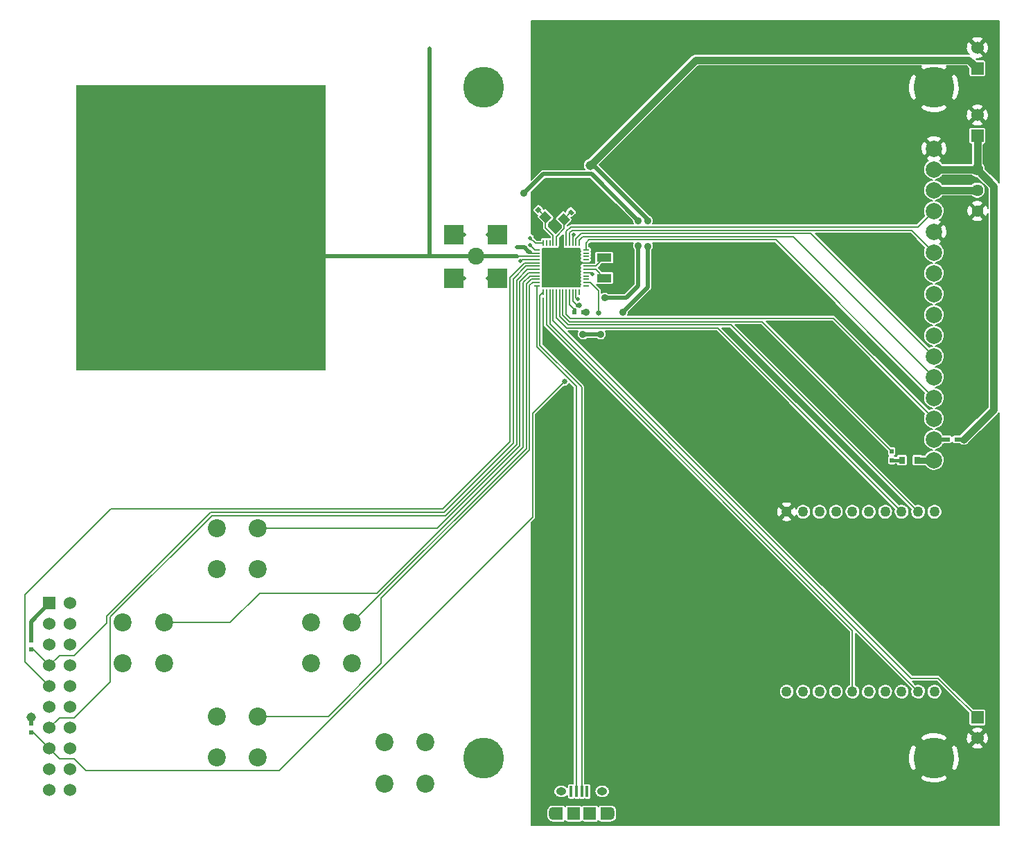
<source format=gbr>
G04 #@! TF.FileFunction,Copper,L1,Top,Signal*
%FSLAX46Y46*%
G04 Gerber Fmt 4.6, Leading zero omitted, Abs format (unit mm)*
G04 Created by KiCad (PCBNEW 4.0.5) date 05/07/17 15:27:17*
%MOMM*%
%LPD*%
G01*
G04 APERTURE LIST*
%ADD10C,0.025400*%
%ADD11C,0.356000*%
%ADD12R,30.480000X34.925000*%
%ADD13R,0.400000X1.350000*%
%ADD14O,1.250000X0.950000*%
%ADD15O,1.000000X1.550000*%
%ADD16R,1.500000X1.550000*%
%ADD17R,0.950000X1.550000*%
%ADD18R,1.200000X0.200000*%
%ADD19C,1.440000*%
%ADD20R,0.500000X0.600000*%
%ADD21R,0.800000X0.900000*%
%ADD22R,1.800000X1.000000*%
%ADD23R,0.600000X0.500000*%
%ADD24R,0.800000X0.200000*%
%ADD25R,0.200000X0.800000*%
%ADD26R,1.050000X1.050000*%
%ADD27C,0.355600*%
%ADD28R,1.524000X1.524000*%
%ADD29C,1.524000*%
%ADD30C,2.200000*%
%ADD31C,2.000000*%
%ADD32C,5.000000*%
%ADD33C,1.270000*%
%ADD34R,2.440000X2.440000*%
%ADD35C,2.050000*%
%ADD36C,0.508000*%
%ADD37C,0.889000*%
%ADD38C,1.143000*%
%ADD39C,0.635000*%
%ADD40C,0.508000*%
%ADD41C,0.203200*%
%ADD42C,0.381000*%
%ADD43C,0.889000*%
%ADD44C,0.762000*%
%ADD45C,0.190500*%
G04 APERTURE END LIST*
D10*
D11*
X117401340Y2915920D03*
X97081340Y2915920D03*
X102161340Y2915920D03*
X112321340Y2915920D03*
X107241340Y2915920D03*
X86921340Y2915920D03*
X92001340Y2915920D03*
X81841340Y2915920D03*
X76761340Y2915920D03*
X117579140Y17419320D03*
X117579140Y42819320D03*
X117579140Y22499320D03*
X117579140Y27579320D03*
X117579140Y32659320D03*
X66093340Y9189720D03*
X66093340Y14269720D03*
X66093340Y24429720D03*
X66093340Y19349720D03*
X66093340Y34589720D03*
X66093340Y39669720D03*
X66093340Y29509720D03*
X66093340Y44749720D03*
X66093340Y49829720D03*
X116436140Y52598320D03*
X116436140Y57678320D03*
X116436140Y67838320D03*
X116436140Y62758320D03*
X65356740Y86177120D03*
X70436740Y86177120D03*
X65356740Y96337120D03*
X70436740Y96337120D03*
X70436740Y91257120D03*
X65356740Y91257120D03*
X75516740Y91257120D03*
X90756740Y96337120D03*
X85676740Y96337120D03*
X75516740Y96337120D03*
X80596740Y96337120D03*
X100916740Y96337120D03*
X95836740Y96337120D03*
X105996740Y96337120D03*
X111076740Y96337120D03*
X106403140Y24937720D03*
X111483140Y24937720D03*
X111483140Y30017720D03*
X101323140Y30017720D03*
X106403140Y30017720D03*
X101323140Y35097720D03*
X96243140Y35097720D03*
X106403140Y35097720D03*
X111483140Y35097720D03*
X106733340Y11729720D03*
X91493340Y14269720D03*
X91493340Y9189720D03*
X101653340Y11729720D03*
X96573340Y11729720D03*
X96573340Y19349720D03*
X96573340Y24429720D03*
X91493340Y24429720D03*
X91493340Y19349720D03*
X91493340Y29509720D03*
X71173340Y49829720D03*
X71173340Y44749720D03*
X76253340Y44749720D03*
X71173340Y29509720D03*
X76253340Y29509720D03*
X76253340Y34589720D03*
X76253340Y39669720D03*
X71173340Y39669720D03*
X71173340Y34589720D03*
X81333340Y34589720D03*
X81333340Y39669720D03*
X86413340Y34589720D03*
X86413340Y29509720D03*
X81333340Y29509720D03*
X81333340Y9189720D03*
X81333340Y14269720D03*
X86413340Y14269720D03*
X86413340Y9189720D03*
X86413340Y19349720D03*
X86413340Y24429720D03*
X81333340Y24429720D03*
X81333340Y19349720D03*
X71173340Y19349720D03*
X71173340Y24429720D03*
X76253340Y24429720D03*
X76253340Y19349720D03*
X76253340Y9189720D03*
X76253340Y14269720D03*
X71173340Y14269720D03*
X71173340Y9189720D03*
X100916740Y42235120D03*
X90756740Y52395120D03*
X85676740Y47315120D03*
X95836740Y42235120D03*
X95836740Y47315120D03*
X90756740Y47315120D03*
X90756740Y42235120D03*
X75516740Y57475120D03*
X80596740Y52395120D03*
X80596740Y57475120D03*
X85676740Y57475120D03*
X85676740Y52395120D03*
X105996740Y91130120D03*
X105996740Y86050120D03*
X105996740Y75890120D03*
X105996740Y80970120D03*
X100916740Y80970120D03*
X100916740Y75890120D03*
X95836740Y75890120D03*
X95836740Y80970120D03*
X95836740Y91130120D03*
X95836740Y86050120D03*
X100916740Y86050120D03*
X100916740Y91130120D03*
X75516740Y80970120D03*
X90756740Y91130120D03*
X90756740Y86050120D03*
X85676740Y86050120D03*
X85676740Y91130120D03*
X80596740Y86050120D03*
X80596740Y75890120D03*
X80596740Y80970120D03*
X85676740Y80970120D03*
X85676740Y75890120D03*
X90756740Y75890120D03*
X90756740Y80970120D03*
X95836740Y64460120D03*
X90756740Y69540120D03*
X90756740Y64460120D03*
X85676740Y64460120D03*
X85676740Y69540120D03*
X80596740Y69540120D03*
X80596740Y64460120D03*
X109476540Y69565520D03*
X109476540Y63977520D03*
X103888540Y69565520D03*
X103888540Y55443120D03*
X101094540Y55443120D03*
X98300540Y58237120D03*
X101094540Y58237120D03*
X106682540Y52649120D03*
X103888540Y52649120D03*
X106682540Y49855120D03*
X109476540Y49855120D03*
X69217540Y76956920D03*
X66220340Y78430120D03*
X64899540Y77414120D03*
X67591940Y77388720D03*
X69547740Y75559920D03*
X69293740Y74543920D03*
D12*
X22860000Y73144380D03*
D13*
X68102960Y4208760D03*
X68752960Y4208760D03*
X69402960Y4208760D03*
X70052960Y4208760D03*
X70702960Y4208760D03*
D14*
X66902960Y4208760D03*
X71902960Y4208760D03*
D15*
X65902960Y1508760D03*
X72902960Y1508760D03*
D16*
X68402960Y1508760D03*
X70402960Y1508760D03*
D17*
X66627960Y1508760D03*
X72177960Y1508760D03*
D18*
X66502960Y2183760D03*
X66502960Y833760D03*
X72302960Y2183760D03*
X72302960Y833760D03*
D19*
X117744240Y80284320D03*
X117744240Y77744320D03*
X117744240Y75204320D03*
D20*
X107269280Y45822960D03*
X107269280Y44722960D03*
D21*
X108524000Y44722540D03*
X110424000Y44722540D03*
X109474000Y46722540D03*
D22*
X72158860Y67002340D03*
X72158860Y69502340D03*
D23*
X115208140Y47261780D03*
X114108140Y47261780D03*
D20*
X116111020Y47260600D03*
X116111020Y46160600D03*
D24*
X63901060Y70452340D03*
X63901060Y70052340D03*
X63901060Y69652340D03*
X63901060Y69252340D03*
X63901060Y68852340D03*
X63901060Y68452340D03*
X63901060Y68052340D03*
X63901060Y67652340D03*
X63901060Y67252340D03*
X63901060Y66852340D03*
X63901060Y66452340D03*
X63901060Y66052340D03*
D25*
X64701060Y65252340D03*
X65101060Y65252340D03*
X65501060Y65252340D03*
X65901060Y65252340D03*
X66301060Y65252340D03*
X66701060Y65252340D03*
X67101060Y65252340D03*
X67501060Y65252340D03*
X67901060Y65252340D03*
X68301060Y65252340D03*
X68701060Y65252340D03*
X69101060Y65252340D03*
D24*
X69901060Y66052340D03*
X69901060Y66452340D03*
X69901060Y66852340D03*
X69901060Y67252340D03*
X69901060Y67652340D03*
X69901060Y68052340D03*
X69901060Y68452340D03*
X69901060Y68852340D03*
X69901060Y69252340D03*
X69901060Y69652340D03*
X69901060Y70052340D03*
X69901060Y70452340D03*
D25*
X69101060Y71252340D03*
X68701060Y71252340D03*
X68301060Y71252340D03*
X67901060Y71252340D03*
X67501060Y71252340D03*
X67101060Y71252340D03*
X66701060Y71252340D03*
X66301060Y71252340D03*
X65901060Y71252340D03*
X65501060Y71252340D03*
X65101060Y71252340D03*
X64701060Y71252340D03*
D26*
X68476060Y66677340D03*
X68476060Y67727340D03*
X68476060Y68777340D03*
X68476060Y69827340D03*
X67426060Y66677340D03*
X67426060Y67727340D03*
X67426060Y68777340D03*
X67426060Y69827340D03*
X66376060Y66677340D03*
X66376060Y67727340D03*
X66376060Y68777340D03*
X66376060Y69827340D03*
X65326060Y66677340D03*
X65326060Y67727340D03*
X65326060Y68777340D03*
X65326060Y69827340D03*
D27*
X66376060Y68777340D03*
X67426060Y68777340D03*
X67426060Y67727340D03*
X66376060Y67727340D03*
X68476060Y67727340D03*
X68476060Y68777340D03*
X65326060Y68777340D03*
X65326060Y67727340D03*
X66376060Y66677340D03*
X67426060Y66677340D03*
X66376060Y69827340D03*
X67426060Y69827340D03*
X65326060Y69827340D03*
X68476060Y69827340D03*
X65326060Y66677340D03*
X68476060Y66677340D03*
D23*
X68502440Y62804040D03*
X69602440Y62804040D03*
D20*
X2113280Y22686100D03*
X2113280Y21586100D03*
X2113280Y11426100D03*
X2113280Y12526100D03*
D10*
G36*
X64040936Y74954822D02*
X63687382Y75308376D01*
X64111646Y75732640D01*
X64465200Y75379086D01*
X64040936Y74954822D01*
X64040936Y74954822D01*
G37*
G36*
X64818754Y75732640D02*
X64465200Y76086194D01*
X64889464Y76510458D01*
X65243018Y76156904D01*
X64818754Y75732640D01*
X64818754Y75732640D01*
G37*
G36*
X68481518Y75044216D02*
X68127964Y74690662D01*
X67703700Y75114926D01*
X68057254Y75468480D01*
X68481518Y75044216D01*
X68481518Y75044216D01*
G37*
G36*
X67703700Y75822034D02*
X67350146Y75468480D01*
X66925882Y75892744D01*
X67279436Y76246298D01*
X67703700Y75822034D01*
X67703700Y75822034D01*
G37*
D28*
X4366260Y27216100D03*
D29*
X6906260Y27216100D03*
X4366260Y24676100D03*
X6906260Y24676100D03*
X4366260Y22136100D03*
X6906260Y22136100D03*
X4366260Y19596100D03*
X6906260Y19596100D03*
X4366260Y17056100D03*
X6906260Y17056100D03*
X4366260Y14516100D03*
X6906260Y14516100D03*
X4366260Y11976100D03*
X6906260Y11976100D03*
X4366260Y9436100D03*
X6906260Y9436100D03*
X4366260Y6896100D03*
X6906260Y6896100D03*
X4366260Y4356100D03*
X6906260Y4356100D03*
D28*
X117744240Y92631260D03*
D29*
X117744240Y95171260D03*
D28*
X117746780Y13256260D03*
D29*
X117746780Y10716260D03*
D28*
X117744240Y84391500D03*
D29*
X117744240Y86931500D03*
D30*
X50315500Y10196200D03*
X50315500Y5196200D03*
X45315500Y10196200D03*
X45315500Y5196200D03*
X41351840Y24862160D03*
X41351840Y19862160D03*
X36351840Y24862160D03*
X36351840Y19862160D03*
X18339440Y24862160D03*
X18339440Y19862160D03*
X13339440Y24862160D03*
X13339440Y19862160D03*
X29845640Y36368360D03*
X29845640Y31368360D03*
X24845640Y36368360D03*
X24845640Y31368360D03*
X29845640Y13355960D03*
X29845640Y8355960D03*
X24845640Y13355960D03*
X24845640Y8355960D03*
D10*
G36*
X67967173Y74141083D02*
X67260066Y73433976D01*
X66446893Y74247149D01*
X67154000Y74954256D01*
X67967173Y74141083D01*
X67967173Y74141083D01*
G37*
G36*
X66729736Y75378520D02*
X66022629Y74671413D01*
X65209456Y75484586D01*
X65916563Y76191693D01*
X66729736Y75378520D01*
X66729736Y75378520D01*
G37*
G36*
X65739787Y74388571D02*
X65032680Y73681464D01*
X64219507Y74494637D01*
X64926614Y75201744D01*
X65739787Y74388571D01*
X65739787Y74388571D01*
G37*
G36*
X66977224Y73151134D02*
X66270117Y72444027D01*
X65456944Y73257200D01*
X66164051Y73964307D01*
X66977224Y73151134D01*
X66977224Y73151134D01*
G37*
D31*
X112440140Y57421720D03*
X112440140Y54881720D03*
X112440140Y52341720D03*
X112440140Y49801720D03*
X112440140Y47261720D03*
X112440140Y44721720D03*
X112440140Y59961720D03*
X112440140Y62501720D03*
X112440140Y65041720D03*
X112440140Y67581720D03*
X112440140Y70121720D03*
D32*
X112440140Y90321720D03*
X57440140Y90321720D03*
X57440140Y8321720D03*
X112440140Y8321720D03*
D31*
X112440140Y82821720D03*
X112440140Y80281720D03*
X112440140Y77741720D03*
X112440140Y75201720D03*
X112440140Y72661720D03*
D33*
X94447360Y16408400D03*
X104480360Y16408400D03*
X106486960Y16408400D03*
X108493560Y16408400D03*
X110500160Y16408400D03*
X112506760Y16408400D03*
X102473760Y16408400D03*
X100467160Y16408400D03*
X98460560Y16408400D03*
X96453960Y16408400D03*
X96453960Y38404800D03*
X98460560Y38404800D03*
X100467160Y38404800D03*
X102473760Y38404800D03*
X112506760Y38404800D03*
X110500160Y38404800D03*
X108493560Y38404800D03*
X106486960Y38404800D03*
X104480360Y38404800D03*
X94447360Y38404800D03*
D11*
X65077340Y76347320D03*
X67083940Y76093320D03*
X65915540Y76194920D03*
X66017140Y73858120D03*
X66169540Y74772520D03*
D34*
X59101340Y72311880D03*
X53781340Y72311880D03*
X59101340Y66991880D03*
D35*
X56441340Y69651880D03*
D34*
X53781340Y66991880D03*
D36*
X57878980Y72311260D03*
X57878980Y66992500D03*
X55003700Y66992500D03*
X55003700Y72311260D03*
X63078360Y71912480D03*
X63078360Y71056500D03*
X61912500Y69100700D03*
X61442600Y70769480D03*
X63078360Y70203060D03*
D37*
X62298580Y77335380D03*
X72191880Y64554100D03*
X76332080Y70901560D03*
X76332080Y74000360D03*
D36*
X68905120Y64416940D03*
X70723760Y67503040D03*
D38*
X2113280Y13286740D03*
D37*
X77434440Y74000360D03*
X77434440Y70899020D03*
X74391520Y62821820D03*
X71688960Y60119260D03*
X69555360Y60119260D03*
D38*
X70434200Y80772000D03*
D36*
X68450460Y72293480D03*
D39*
X69093080Y63652400D03*
D37*
X69903340Y62804040D03*
D39*
X67279520Y54320440D03*
X71427340Y62697360D03*
D40*
X50800000Y69651880D02*
X50800000Y95051880D01*
X56441340Y69651880D02*
X50800000Y69651880D01*
X50800000Y69651880D02*
X26352500Y69651880D01*
X26352500Y69651880D02*
X22860000Y73144380D01*
D41*
X63901060Y69652340D02*
X61483700Y69652340D01*
D40*
X61483240Y69651880D02*
X56441340Y69651880D01*
D42*
X61483700Y69652340D02*
X61483240Y69651880D01*
D40*
X59101340Y72311880D02*
X57879600Y72311880D01*
X57879600Y72311880D02*
X57878980Y72311260D01*
X59101340Y66991880D02*
X57879600Y66991880D01*
X57879600Y66991880D02*
X57878980Y66992500D01*
X53781340Y66991880D02*
X55003080Y66991880D01*
X55003080Y66991880D02*
X55003700Y66992500D01*
X53781340Y72311880D02*
X55003080Y72311880D01*
X55003080Y72311880D02*
X55003700Y72311260D01*
D41*
X69901060Y68052340D02*
X71108860Y68052340D01*
X71108860Y68052340D02*
X72158860Y67002340D01*
X69901060Y68452340D02*
X71108860Y68452340D01*
X71108860Y68452340D02*
X72158860Y69502340D01*
X68092609Y75079571D02*
X68092488Y75079571D01*
X68092488Y75079571D02*
X67207033Y74194116D01*
X66301060Y71252340D02*
X66301060Y72056700D01*
X67271900Y73027540D02*
X67271900Y74129249D01*
X66301060Y72056700D02*
X67271900Y73027540D01*
X67271900Y74129249D02*
X67207033Y74194116D01*
X64076291Y75343731D02*
X64077520Y75343731D01*
X64077520Y75343731D02*
X64979647Y74441604D01*
X65901060Y71252340D02*
X65901060Y72213478D01*
X64979647Y73134891D02*
X64979647Y74441604D01*
X65901060Y72213478D02*
X64979647Y73134891D01*
X64701060Y71252340D02*
X63738500Y71252340D01*
X63738500Y71252340D02*
X63078360Y71912480D01*
X63901060Y70452340D02*
X63682520Y70452340D01*
X63682520Y70452340D02*
X63078360Y71056500D01*
X63901060Y69252340D02*
X62064140Y69252340D01*
X62064140Y69252340D02*
X61912500Y69100700D01*
D40*
X63078360Y70203060D02*
X62938660Y70203060D01*
X62372240Y70769480D02*
X61442600Y70769480D01*
X62938660Y70203060D02*
X62372240Y70769480D01*
D41*
X63229080Y70052340D02*
X63078360Y70203060D01*
X63901060Y70052340D02*
X63229080Y70052340D01*
D40*
X72191880Y64554100D02*
X74815700Y64554100D01*
X74815700Y64554100D02*
X76332080Y66070480D01*
X76332080Y66070480D02*
X76332080Y70901560D01*
X76332080Y74000360D02*
X70601840Y79730600D01*
X70601840Y79730600D02*
X64693800Y79730600D01*
X64693800Y79730600D02*
X62298580Y77335380D01*
D41*
X68701060Y65252340D02*
X68701060Y64621000D01*
X68701060Y64621000D02*
X68905120Y64416940D01*
X70574460Y67652340D02*
X70723760Y67503040D01*
X69901060Y67652340D02*
X70574460Y67652340D01*
D40*
X2113280Y12526100D02*
X2113280Y13286740D01*
X70843140Y80772000D02*
X70434200Y80772000D01*
X77434440Y74180700D02*
X70843140Y80772000D01*
X77434440Y74175620D02*
X77434440Y74180700D01*
X77434440Y74000360D02*
X77434440Y74175620D01*
X77434440Y65864740D02*
X77434440Y70899020D01*
X74391520Y62821820D02*
X77434440Y65864740D01*
X69555360Y60119260D02*
X71688960Y60119260D01*
D43*
X70434200Y80772000D02*
X83332320Y93670120D01*
X83332320Y93670120D02*
X116705380Y93670120D01*
X116705380Y93670120D02*
X117744240Y92631260D01*
D41*
X68301060Y72144080D02*
X68301060Y71252340D01*
X68301060Y72144080D02*
X68450460Y72293480D01*
X68301060Y65252340D02*
X68301060Y64187880D01*
D42*
X68836540Y63652400D02*
X69093080Y63652400D01*
D41*
X68301060Y64187880D02*
X68836540Y63652400D01*
D40*
X2113280Y22686100D02*
X2113280Y24963120D01*
X2113280Y24963120D02*
X4366260Y27216100D01*
D41*
X4366260Y19596100D02*
X2376260Y21586100D01*
X2376260Y21586100D02*
X2113280Y21586100D01*
X63901060Y68452340D02*
X62597590Y68452340D01*
X5613400Y20843240D02*
X4366260Y19596100D01*
X7373620Y20843240D02*
X5613400Y20843240D01*
X11361418Y24831038D02*
X7373620Y20843240D01*
X11361418Y25682456D02*
X11361418Y24831038D01*
X24025344Y38346382D02*
X11361418Y25682456D01*
X52608950Y38346382D02*
X24025344Y38346382D01*
X61048890Y46786322D02*
X52608950Y38346382D01*
X61048890Y66903640D02*
X61048890Y46786322D01*
X62597590Y68452340D02*
X61048890Y66903640D01*
X63901060Y68852340D02*
X62440812Y68852340D01*
X1394460Y20027900D02*
X4366260Y17056100D01*
X1394460Y28293060D02*
X1394460Y20027900D01*
X11841484Y38740084D02*
X1394460Y28293060D01*
X52445874Y38740084D02*
X11841484Y38740084D01*
X60655188Y46949398D02*
X52445874Y38740084D01*
X60655188Y67066716D02*
X60655188Y46949398D01*
X62440812Y68852340D02*
X60655188Y67066716D01*
X63901060Y68052340D02*
X62754368Y68052340D01*
X5613400Y13223240D02*
X4366260Y11976100D01*
X7373620Y13223240D02*
X5613400Y13223240D01*
X11755120Y17604740D02*
X7373620Y13223240D01*
X11755120Y25519380D02*
X11755120Y17604740D01*
X24188420Y37952680D02*
X11755120Y25519380D01*
X52772026Y37952680D02*
X24188420Y37952680D01*
X61442592Y46623246D02*
X52772026Y37952680D01*
X61442592Y66740564D02*
X61442592Y46623246D01*
X62754368Y68052340D02*
X61442592Y66740564D01*
D43*
X117744240Y80284320D02*
X119763540Y78265020D01*
X119763540Y50913120D02*
X116111020Y47260600D01*
X119763540Y78265020D02*
X119763540Y50913120D01*
D40*
X115208140Y47261780D02*
X115209320Y47260600D01*
X115209320Y47260600D02*
X116111020Y47260600D01*
D43*
X117744240Y80284320D02*
X117744240Y84391500D01*
X112440140Y80281720D02*
X117741640Y80281720D01*
X117741640Y80281720D02*
X117744240Y80284320D01*
D42*
X68502440Y62804040D02*
X68502440Y63173700D01*
D41*
X67907358Y63768782D02*
X67907358Y65252340D01*
X68502440Y63173700D02*
X67907358Y63768782D01*
X67907358Y65252340D02*
X67901060Y65252340D01*
D40*
X69602440Y62804040D02*
X69903340Y62804040D01*
D41*
X65101060Y65252340D02*
X65101060Y61250722D01*
X102473760Y23878022D02*
X102473760Y16408400D01*
X65101060Y61250722D02*
X102473760Y23878022D01*
X65501060Y65252340D02*
X65501060Y61407500D01*
X65501060Y61407500D02*
X110500160Y16408400D01*
X66301060Y65252340D02*
X66301060Y62122326D01*
X86017106Y60881254D02*
X108493560Y38404800D01*
X67542132Y60881254D02*
X86017106Y60881254D01*
X66301060Y62122326D02*
X67542132Y60881254D01*
X66701060Y65252340D02*
X66701060Y62279104D01*
X87630004Y61274956D02*
X110500160Y38404800D01*
X67705208Y61274956D02*
X87630004Y61274956D01*
X66701060Y62279104D02*
X67705208Y61274956D01*
D40*
X112440140Y47261720D02*
X114108080Y47261720D01*
X114108080Y47261720D02*
X114108140Y47261780D01*
D41*
X109717200Y72844660D02*
X112440140Y70121720D01*
X68224400Y72844660D02*
X109717200Y72844660D01*
X67901060Y72521320D02*
X68224400Y72844660D01*
X67901060Y71252340D02*
X67901060Y72521320D01*
D44*
X110424000Y44722540D02*
X112439320Y44722540D01*
X112439320Y44722540D02*
X112440140Y44721720D01*
D43*
X117744240Y77744320D02*
X112442740Y77744320D01*
X112442740Y77744320D02*
X112440140Y77741720D01*
D42*
X108524000Y44722540D02*
X107269700Y44722540D01*
X107269700Y44722540D02*
X107269280Y44722960D01*
D41*
X63901060Y58584842D02*
X68752960Y53732942D01*
X63901060Y66052340D02*
X63901060Y58584842D01*
X68752960Y53732942D02*
X68752960Y4208760D01*
X64294762Y58765440D02*
X69402960Y53657242D01*
X69402960Y53657242D02*
X69402960Y4208760D01*
X64701060Y65252340D02*
X64294762Y64846042D01*
X64294762Y64846042D02*
X64294762Y58765440D01*
X64294762Y58765440D02*
X64294762Y58747918D01*
X67101060Y65252340D02*
X67101060Y62435882D01*
X91423582Y61668658D02*
X107269280Y45822960D01*
X67868284Y61668658D02*
X91423582Y61668658D01*
X67101060Y62435882D02*
X67868284Y61668658D01*
X117746780Y13256260D02*
X114129820Y16873220D01*
X65901060Y61764420D02*
X65901060Y65252340D01*
X112971580Y18031460D02*
X114129820Y16873220D01*
X109634020Y18031460D02*
X112971580Y18031460D01*
X65901060Y61764420D02*
X109634020Y18031460D01*
X63901060Y66452340D02*
X63381480Y66452340D01*
X38423220Y13355960D02*
X29845640Y13355960D01*
X44917360Y19850100D02*
X38423220Y13355960D01*
X44917360Y27870902D02*
X44917360Y19850100D01*
X63017400Y45970942D02*
X44917360Y27870902D01*
X63017400Y66088260D02*
X63017400Y45970942D01*
X63381480Y66452340D02*
X63017400Y66088260D01*
X63901060Y66852340D02*
X63224702Y66852340D01*
X62623698Y46134018D02*
X41351840Y24862160D01*
X62623698Y66251336D02*
X62623698Y46134018D01*
X63224702Y66852340D02*
X62623698Y66251336D01*
X63901060Y67252340D02*
X63067924Y67252340D01*
X26454740Y24862160D02*
X18339440Y24862160D01*
X30022800Y28430220D02*
X26454740Y24862160D01*
X44363122Y28430220D02*
X30022800Y28430220D01*
X62229996Y46297094D02*
X44363122Y28430220D01*
X62229996Y66414412D02*
X62229996Y46297094D01*
X63067924Y67252340D02*
X62229996Y66414412D01*
X63901060Y67652340D02*
X62911146Y67652340D01*
X51744484Y36368360D02*
X29845640Y36368360D01*
X61836294Y46460170D02*
X51744484Y36368360D01*
X61836294Y66577488D02*
X61836294Y46460170D01*
X62911146Y67652340D02*
X61836294Y66577488D01*
X5610860Y8191500D02*
X4366260Y9436100D01*
X7373620Y8191500D02*
X5610860Y8191500D01*
X8793480Y6771640D02*
X7373620Y8191500D01*
X32395678Y6771640D02*
X8793480Y6771640D01*
X63411102Y37787064D02*
X32395678Y6771640D01*
X63411102Y50452022D02*
X63411102Y37787064D01*
X67279520Y54320440D02*
X63411102Y50452022D01*
X69901060Y66452340D02*
X70423180Y66452340D01*
X70423180Y66452340D02*
X71427340Y65448180D01*
X71427340Y65448180D02*
X71427340Y62697360D01*
X4366260Y9436100D02*
X2376260Y11426100D01*
X2376260Y11426100D02*
X2113280Y11426100D01*
X68701060Y71252340D02*
X68701060Y71766840D01*
X97410902Y72450958D02*
X112440140Y57421720D01*
X69385178Y72450958D02*
X97410902Y72450958D01*
X68701060Y71766840D02*
X69385178Y72450958D01*
X69101060Y71252340D02*
X69101060Y71610062D01*
X69101060Y71610062D02*
X69548254Y72057256D01*
X69548254Y72057256D02*
X95264604Y72057256D01*
X95264604Y72057256D02*
X112440140Y54881720D01*
X69901060Y70452340D02*
X69901060Y71251820D01*
X93118306Y71663554D02*
X112440140Y52341720D01*
X70312794Y71663554D02*
X93118306Y71663554D01*
X69901060Y71251820D02*
X70312794Y71663554D01*
X67501060Y65252340D02*
X67501060Y62592660D01*
X100179500Y62062360D02*
X112440140Y49801720D01*
X68031360Y62062360D02*
X100179500Y62062360D01*
X67501060Y62592660D02*
X68031360Y62062360D01*
X110476782Y73238362D02*
X112440140Y75201720D01*
X68061324Y73238362D02*
X110476782Y73238362D01*
X67501060Y72678098D02*
X68061324Y73238362D01*
X67501060Y71252340D02*
X67501060Y72678098D01*
D45*
G36*
X64713710Y61250722D02*
X64717200Y61215123D01*
X64720320Y61179468D01*
X64720888Y61177512D01*
X64721087Y61175485D01*
X64731428Y61141233D01*
X64741411Y61106872D01*
X64742348Y61105064D01*
X64742937Y61103114D01*
X64759742Y61071508D01*
X64776201Y61039757D01*
X64777471Y61038167D01*
X64778428Y61036366D01*
X64801054Y61008623D01*
X64823365Y60980675D01*
X64826163Y60977837D01*
X64826208Y60977782D01*
X64826259Y60977740D01*
X64827162Y60976824D01*
X102086410Y23717576D01*
X102086410Y17245004D01*
X102045116Y17228320D01*
X101894023Y17129447D01*
X101765012Y17003110D01*
X101662997Y16854121D01*
X101591863Y16688154D01*
X101554321Y16511532D01*
X101551800Y16330981D01*
X101584396Y16153379D01*
X101650868Y15985491D01*
X101748683Y15833711D01*
X101874116Y15703821D01*
X102022390Y15600768D01*
X102187856Y15528478D01*
X102364212Y15489703D01*
X102544741Y15485922D01*
X102722566Y15517277D01*
X102890914Y15582575D01*
X103043373Y15679329D01*
X103174136Y15803852D01*
X103278221Y15951403D01*
X103351665Y16116360D01*
X103391669Y16292441D01*
X103392207Y16330981D01*
X103558400Y16330981D01*
X103590996Y16153379D01*
X103657468Y15985491D01*
X103755283Y15833711D01*
X103880716Y15703821D01*
X104028990Y15600768D01*
X104194456Y15528478D01*
X104370812Y15489703D01*
X104551341Y15485922D01*
X104729166Y15517277D01*
X104897514Y15582575D01*
X105049973Y15679329D01*
X105180736Y15803852D01*
X105284821Y15951403D01*
X105358265Y16116360D01*
X105398269Y16292441D01*
X105398807Y16330981D01*
X105565000Y16330981D01*
X105597596Y16153379D01*
X105664068Y15985491D01*
X105761883Y15833711D01*
X105887316Y15703821D01*
X106035590Y15600768D01*
X106201056Y15528478D01*
X106377412Y15489703D01*
X106557941Y15485922D01*
X106735766Y15517277D01*
X106904114Y15582575D01*
X107056573Y15679329D01*
X107187336Y15803852D01*
X107291421Y15951403D01*
X107364865Y16116360D01*
X107404869Y16292441D01*
X107405407Y16330981D01*
X107571600Y16330981D01*
X107604196Y16153379D01*
X107670668Y15985491D01*
X107768483Y15833711D01*
X107893916Y15703821D01*
X108042190Y15600768D01*
X108207656Y15528478D01*
X108384012Y15489703D01*
X108564541Y15485922D01*
X108742366Y15517277D01*
X108910714Y15582575D01*
X109063173Y15679329D01*
X109193936Y15803852D01*
X109298021Y15951403D01*
X109371465Y16116360D01*
X109411469Y16292441D01*
X109414349Y16498684D01*
X109379277Y16675814D01*
X109310468Y16842757D01*
X109210543Y16993157D01*
X109083308Y17121283D01*
X108933610Y17222255D01*
X108767151Y17292228D01*
X108590270Y17328537D01*
X108409706Y17329797D01*
X108232336Y17295962D01*
X108064916Y17228320D01*
X107913823Y17129447D01*
X107784812Y17003110D01*
X107682797Y16854121D01*
X107611663Y16688154D01*
X107574121Y16511532D01*
X107571600Y16330981D01*
X107405407Y16330981D01*
X107407749Y16498684D01*
X107372677Y16675814D01*
X107303868Y16842757D01*
X107203943Y16993157D01*
X107076708Y17121283D01*
X106927010Y17222255D01*
X106760551Y17292228D01*
X106583670Y17328537D01*
X106403106Y17329797D01*
X106225736Y17295962D01*
X106058316Y17228320D01*
X105907223Y17129447D01*
X105778212Y17003110D01*
X105676197Y16854121D01*
X105605063Y16688154D01*
X105567521Y16511532D01*
X105565000Y16330981D01*
X105398807Y16330981D01*
X105401149Y16498684D01*
X105366077Y16675814D01*
X105297268Y16842757D01*
X105197343Y16993157D01*
X105070108Y17121283D01*
X104920410Y17222255D01*
X104753951Y17292228D01*
X104577070Y17328537D01*
X104396506Y17329797D01*
X104219136Y17295962D01*
X104051716Y17228320D01*
X103900623Y17129447D01*
X103771612Y17003110D01*
X103669597Y16854121D01*
X103598463Y16688154D01*
X103560921Y16511532D01*
X103558400Y16330981D01*
X103392207Y16330981D01*
X103394549Y16498684D01*
X103359477Y16675814D01*
X103290668Y16842757D01*
X103190743Y16993157D01*
X103063508Y17121283D01*
X102913810Y17222255D01*
X102861110Y17244408D01*
X102861110Y23499655D01*
X109634568Y16726197D01*
X109618263Y16688154D01*
X109580721Y16511532D01*
X109578200Y16330981D01*
X109610796Y16153379D01*
X109677268Y15985491D01*
X109775083Y15833711D01*
X109900516Y15703821D01*
X110048790Y15600768D01*
X110214256Y15528478D01*
X110390612Y15489703D01*
X110571141Y15485922D01*
X110748966Y15517277D01*
X110917314Y15582575D01*
X111069773Y15679329D01*
X111200536Y15803852D01*
X111304621Y15951403D01*
X111378065Y16116360D01*
X111418069Y16292441D01*
X111418607Y16330981D01*
X111584800Y16330981D01*
X111617396Y16153379D01*
X111683868Y15985491D01*
X111781683Y15833711D01*
X111907116Y15703821D01*
X112055390Y15600768D01*
X112220856Y15528478D01*
X112397212Y15489703D01*
X112577741Y15485922D01*
X112755566Y15517277D01*
X112923914Y15582575D01*
X113076373Y15679329D01*
X113207136Y15803852D01*
X113311221Y15951403D01*
X113384665Y16116360D01*
X113424669Y16292441D01*
X113427549Y16498684D01*
X113392477Y16675814D01*
X113323668Y16842757D01*
X113223743Y16993157D01*
X113096508Y17121283D01*
X112946810Y17222255D01*
X112780351Y17292228D01*
X112603470Y17328537D01*
X112422906Y17329797D01*
X112245536Y17295962D01*
X112078116Y17228320D01*
X111927023Y17129447D01*
X111798012Y17003110D01*
X111695997Y16854121D01*
X111624863Y16688154D01*
X111587321Y16511532D01*
X111584800Y16330981D01*
X111418607Y16330981D01*
X111420949Y16498684D01*
X111385877Y16675814D01*
X111317068Y16842757D01*
X111217143Y16993157D01*
X111089908Y17121283D01*
X110940210Y17222255D01*
X110773751Y17292228D01*
X110596870Y17328537D01*
X110416306Y17329797D01*
X110238936Y17295962D01*
X110182995Y17273360D01*
X109812245Y17644110D01*
X112811134Y17644110D01*
X116697648Y13757596D01*
X116697648Y12494260D01*
X116701277Y12448755D01*
X116725178Y12371575D01*
X116769635Y12304109D01*
X116831128Y12251699D01*
X116904787Y12218496D01*
X116984780Y12207128D01*
X118508780Y12207128D01*
X118554285Y12210757D01*
X118631465Y12234658D01*
X118698931Y12279115D01*
X118751341Y12340608D01*
X118784544Y12414267D01*
X118795912Y12494260D01*
X118795912Y14018260D01*
X118792283Y14063765D01*
X118768382Y14140945D01*
X118723925Y14208411D01*
X118662432Y14260821D01*
X118588773Y14294024D01*
X118508780Y14305392D01*
X117245444Y14305392D01*
X113245478Y18305358D01*
X113217837Y18328062D01*
X113190420Y18351068D01*
X113188634Y18352050D01*
X113187061Y18353342D01*
X113155501Y18370265D01*
X113124173Y18387487D01*
X113122236Y18388102D01*
X113120437Y18389066D01*
X113086165Y18399544D01*
X113052115Y18410345D01*
X113050093Y18410572D01*
X113048143Y18411168D01*
X113012542Y18414784D01*
X112976988Y18418772D01*
X112973001Y18418800D01*
X112972932Y18418807D01*
X112972868Y18418801D01*
X112971580Y18418810D01*
X109794466Y18418810D01*
X90685708Y37527568D01*
X93794634Y37527568D01*
X93850422Y37313103D01*
X94074871Y37217624D01*
X94313635Y37167766D01*
X94557537Y37165447D01*
X94797206Y37210755D01*
X95023430Y37301950D01*
X95044298Y37313103D01*
X95100086Y37527568D01*
X94447360Y38180294D01*
X93794634Y37527568D01*
X90685708Y37527568D01*
X89918653Y38294623D01*
X93208007Y38294623D01*
X93253315Y38054954D01*
X93344510Y37828730D01*
X93355663Y37807862D01*
X93570128Y37752074D01*
X94222854Y38404800D01*
X94671866Y38404800D01*
X95324592Y37752074D01*
X95539057Y37807862D01*
X95622400Y38003783D01*
X95631068Y37981891D01*
X95728883Y37830111D01*
X95854316Y37700221D01*
X96002590Y37597168D01*
X96168056Y37524878D01*
X96344412Y37486103D01*
X96524941Y37482322D01*
X96702766Y37513677D01*
X96871114Y37578975D01*
X97023573Y37675729D01*
X97154336Y37800252D01*
X97258421Y37947803D01*
X97331865Y38112760D01*
X97371869Y38288841D01*
X97372407Y38327381D01*
X97538600Y38327381D01*
X97571196Y38149779D01*
X97637668Y37981891D01*
X97735483Y37830111D01*
X97860916Y37700221D01*
X98009190Y37597168D01*
X98174656Y37524878D01*
X98351012Y37486103D01*
X98531541Y37482322D01*
X98709366Y37513677D01*
X98877714Y37578975D01*
X99030173Y37675729D01*
X99160936Y37800252D01*
X99265021Y37947803D01*
X99338465Y38112760D01*
X99378469Y38288841D01*
X99379007Y38327381D01*
X99545200Y38327381D01*
X99577796Y38149779D01*
X99644268Y37981891D01*
X99742083Y37830111D01*
X99867516Y37700221D01*
X100015790Y37597168D01*
X100181256Y37524878D01*
X100357612Y37486103D01*
X100538141Y37482322D01*
X100715966Y37513677D01*
X100884314Y37578975D01*
X101036773Y37675729D01*
X101167536Y37800252D01*
X101271621Y37947803D01*
X101345065Y38112760D01*
X101385069Y38288841D01*
X101385607Y38327381D01*
X101551800Y38327381D01*
X101584396Y38149779D01*
X101650868Y37981891D01*
X101748683Y37830111D01*
X101874116Y37700221D01*
X102022390Y37597168D01*
X102187856Y37524878D01*
X102364212Y37486103D01*
X102544741Y37482322D01*
X102722566Y37513677D01*
X102890914Y37578975D01*
X103043373Y37675729D01*
X103174136Y37800252D01*
X103278221Y37947803D01*
X103351665Y38112760D01*
X103391669Y38288841D01*
X103392207Y38327381D01*
X103558400Y38327381D01*
X103590996Y38149779D01*
X103657468Y37981891D01*
X103755283Y37830111D01*
X103880716Y37700221D01*
X104028990Y37597168D01*
X104194456Y37524878D01*
X104370812Y37486103D01*
X104551341Y37482322D01*
X104729166Y37513677D01*
X104897514Y37578975D01*
X105049973Y37675729D01*
X105180736Y37800252D01*
X105284821Y37947803D01*
X105358265Y38112760D01*
X105398269Y38288841D01*
X105398807Y38327381D01*
X105565000Y38327381D01*
X105597596Y38149779D01*
X105664068Y37981891D01*
X105761883Y37830111D01*
X105887316Y37700221D01*
X106035590Y37597168D01*
X106201056Y37524878D01*
X106377412Y37486103D01*
X106557941Y37482322D01*
X106735766Y37513677D01*
X106904114Y37578975D01*
X107056573Y37675729D01*
X107187336Y37800252D01*
X107291421Y37947803D01*
X107364865Y38112760D01*
X107404869Y38288841D01*
X107407749Y38495084D01*
X107372677Y38672214D01*
X107303868Y38839157D01*
X107203943Y38989557D01*
X107076708Y39117683D01*
X106927010Y39218655D01*
X106760551Y39288628D01*
X106583670Y39324937D01*
X106403106Y39326197D01*
X106225736Y39292362D01*
X106058316Y39224720D01*
X105907223Y39125847D01*
X105778212Y38999510D01*
X105676197Y38850521D01*
X105605063Y38684554D01*
X105567521Y38507932D01*
X105565000Y38327381D01*
X105398807Y38327381D01*
X105401149Y38495084D01*
X105366077Y38672214D01*
X105297268Y38839157D01*
X105197343Y38989557D01*
X105070108Y39117683D01*
X104920410Y39218655D01*
X104753951Y39288628D01*
X104577070Y39324937D01*
X104396506Y39326197D01*
X104219136Y39292362D01*
X104051716Y39224720D01*
X103900623Y39125847D01*
X103771612Y38999510D01*
X103669597Y38850521D01*
X103598463Y38684554D01*
X103560921Y38507932D01*
X103558400Y38327381D01*
X103392207Y38327381D01*
X103394549Y38495084D01*
X103359477Y38672214D01*
X103290668Y38839157D01*
X103190743Y38989557D01*
X103063508Y39117683D01*
X102913810Y39218655D01*
X102747351Y39288628D01*
X102570470Y39324937D01*
X102389906Y39326197D01*
X102212536Y39292362D01*
X102045116Y39224720D01*
X101894023Y39125847D01*
X101765012Y38999510D01*
X101662997Y38850521D01*
X101591863Y38684554D01*
X101554321Y38507932D01*
X101551800Y38327381D01*
X101385607Y38327381D01*
X101387949Y38495084D01*
X101352877Y38672214D01*
X101284068Y38839157D01*
X101184143Y38989557D01*
X101056908Y39117683D01*
X100907210Y39218655D01*
X100740751Y39288628D01*
X100563870Y39324937D01*
X100383306Y39326197D01*
X100205936Y39292362D01*
X100038516Y39224720D01*
X99887423Y39125847D01*
X99758412Y38999510D01*
X99656397Y38850521D01*
X99585263Y38684554D01*
X99547721Y38507932D01*
X99545200Y38327381D01*
X99379007Y38327381D01*
X99381349Y38495084D01*
X99346277Y38672214D01*
X99277468Y38839157D01*
X99177543Y38989557D01*
X99050308Y39117683D01*
X98900610Y39218655D01*
X98734151Y39288628D01*
X98557270Y39324937D01*
X98376706Y39326197D01*
X98199336Y39292362D01*
X98031916Y39224720D01*
X97880823Y39125847D01*
X97751812Y38999510D01*
X97649797Y38850521D01*
X97578663Y38684554D01*
X97541121Y38507932D01*
X97538600Y38327381D01*
X97372407Y38327381D01*
X97374749Y38495084D01*
X97339677Y38672214D01*
X97270868Y38839157D01*
X97170943Y38989557D01*
X97043708Y39117683D01*
X96894010Y39218655D01*
X96727551Y39288628D01*
X96550670Y39324937D01*
X96370106Y39326197D01*
X96192736Y39292362D01*
X96025316Y39224720D01*
X95874223Y39125847D01*
X95745212Y38999510D01*
X95643197Y38850521D01*
X95622357Y38801898D01*
X95550210Y38980870D01*
X95539057Y39001738D01*
X95324592Y39057526D01*
X94671866Y38404800D01*
X94222854Y38404800D01*
X93570128Y39057526D01*
X93355663Y39001738D01*
X93260184Y38777289D01*
X93210326Y38538525D01*
X93208007Y38294623D01*
X89918653Y38294623D01*
X88931244Y39282032D01*
X93794634Y39282032D01*
X94447360Y38629306D01*
X95100086Y39282032D01*
X95044298Y39496497D01*
X94819849Y39591976D01*
X94581085Y39641834D01*
X94337183Y39644153D01*
X94097514Y39598845D01*
X93871290Y39507650D01*
X93850422Y39496497D01*
X93794634Y39282032D01*
X88931244Y39282032D01*
X67719372Y60493904D01*
X68926817Y60493904D01*
X68912341Y60472763D01*
X68855925Y60341134D01*
X68826150Y60201054D01*
X68824150Y60057859D01*
X68850003Y59917002D01*
X68902721Y59783849D01*
X68980299Y59663472D01*
X69079781Y59560456D01*
X69197377Y59478725D01*
X69328609Y59421391D01*
X69468477Y59390639D01*
X69611655Y59387640D01*
X69752689Y59412508D01*
X69886206Y59464296D01*
X70007122Y59541031D01*
X70047529Y59579510D01*
X71194981Y59579510D01*
X71213381Y59560456D01*
X71330977Y59478725D01*
X71462209Y59421391D01*
X71602077Y59390639D01*
X71745255Y59387640D01*
X71886289Y59412508D01*
X72019806Y59464296D01*
X72140722Y59541031D01*
X72244430Y59639791D01*
X72326981Y59756814D01*
X72385229Y59887642D01*
X72416957Y60027293D01*
X72419241Y60190865D01*
X72391425Y60331347D01*
X72336852Y60463750D01*
X72316818Y60493904D01*
X85856660Y60493904D01*
X107627968Y38722596D01*
X107611663Y38684554D01*
X107574121Y38507932D01*
X107571600Y38327381D01*
X107604196Y38149779D01*
X107670668Y37981891D01*
X107768483Y37830111D01*
X107893916Y37700221D01*
X108042190Y37597168D01*
X108207656Y37524878D01*
X108384012Y37486103D01*
X108564541Y37482322D01*
X108742366Y37513677D01*
X108910714Y37578975D01*
X109063173Y37675729D01*
X109193936Y37800252D01*
X109298021Y37947803D01*
X109371465Y38112760D01*
X109411469Y38288841D01*
X109414349Y38495084D01*
X109379277Y38672214D01*
X109310468Y38839157D01*
X109210543Y38989557D01*
X109083308Y39117683D01*
X108933610Y39218655D01*
X108767151Y39288628D01*
X108590270Y39324937D01*
X108409706Y39326197D01*
X108232336Y39292362D01*
X108176395Y39269761D01*
X86558550Y60887606D01*
X87469558Y60887606D01*
X109634568Y38722596D01*
X109618263Y38684554D01*
X109580721Y38507932D01*
X109578200Y38327381D01*
X109610796Y38149779D01*
X109677268Y37981891D01*
X109775083Y37830111D01*
X109900516Y37700221D01*
X110048790Y37597168D01*
X110214256Y37524878D01*
X110390612Y37486103D01*
X110571141Y37482322D01*
X110748966Y37513677D01*
X110917314Y37578975D01*
X111069773Y37675729D01*
X111200536Y37800252D01*
X111304621Y37947803D01*
X111378065Y38112760D01*
X111418069Y38288841D01*
X111418607Y38327381D01*
X111584800Y38327381D01*
X111617396Y38149779D01*
X111683868Y37981891D01*
X111781683Y37830111D01*
X111907116Y37700221D01*
X112055390Y37597168D01*
X112220856Y37524878D01*
X112397212Y37486103D01*
X112577741Y37482322D01*
X112755566Y37513677D01*
X112923914Y37578975D01*
X113076373Y37675729D01*
X113207136Y37800252D01*
X113311221Y37947803D01*
X113384665Y38112760D01*
X113424669Y38288841D01*
X113427549Y38495084D01*
X113392477Y38672214D01*
X113323668Y38839157D01*
X113223743Y38989557D01*
X113096508Y39117683D01*
X112946810Y39218655D01*
X112780351Y39288628D01*
X112603470Y39324937D01*
X112422906Y39326197D01*
X112245536Y39292362D01*
X112078116Y39224720D01*
X111927023Y39125847D01*
X111798012Y38999510D01*
X111695997Y38850521D01*
X111624863Y38684554D01*
X111587321Y38507932D01*
X111584800Y38327381D01*
X111418607Y38327381D01*
X111420949Y38495084D01*
X111385877Y38672214D01*
X111317068Y38839157D01*
X111217143Y38989557D01*
X111089908Y39117683D01*
X110940210Y39218655D01*
X110773751Y39288628D01*
X110596870Y39324937D01*
X110416306Y39326197D01*
X110238936Y39292362D01*
X110182995Y39269761D01*
X88171448Y61281308D01*
X91263136Y61281308D01*
X106732148Y45812296D01*
X106732148Y45522960D01*
X106735777Y45477455D01*
X106759678Y45400275D01*
X106804135Y45332809D01*
X106865628Y45280399D01*
X106882067Y45272989D01*
X106829129Y45238105D01*
X106776719Y45176612D01*
X106743516Y45102953D01*
X106732148Y45022960D01*
X106732148Y44422960D01*
X106735777Y44377455D01*
X106759678Y44300275D01*
X106804135Y44232809D01*
X106865628Y44180399D01*
X106939287Y44147196D01*
X107019280Y44135828D01*
X107519280Y44135828D01*
X107564785Y44139457D01*
X107641965Y44163358D01*
X107709431Y44207815D01*
X107742223Y44246290D01*
X107838961Y44246290D01*
X107840497Y44227035D01*
X107864398Y44149855D01*
X107908855Y44082389D01*
X107970348Y44029979D01*
X108044007Y43996776D01*
X108124000Y43985408D01*
X108924000Y43985408D01*
X108969505Y43989037D01*
X109046685Y44012938D01*
X109114151Y44057395D01*
X109166561Y44118888D01*
X109199764Y44192547D01*
X109211132Y44272540D01*
X109211132Y45172540D01*
X109207503Y45218045D01*
X109183602Y45295225D01*
X109139145Y45362691D01*
X109077652Y45415101D01*
X109003993Y45448304D01*
X108924000Y45459672D01*
X108124000Y45459672D01*
X108078495Y45456043D01*
X108001315Y45432142D01*
X107933849Y45387685D01*
X107881439Y45326192D01*
X107848236Y45252533D01*
X107840598Y45198790D01*
X107743862Y45198790D01*
X107734425Y45213111D01*
X107672932Y45265521D01*
X107656493Y45272931D01*
X107709431Y45307815D01*
X107761841Y45369308D01*
X107795044Y45442967D01*
X107806412Y45522960D01*
X107806412Y46122960D01*
X107802783Y46168465D01*
X107778882Y46245645D01*
X107734425Y46313111D01*
X107672932Y46365521D01*
X107599273Y46398724D01*
X107519280Y46410092D01*
X107229944Y46410092D01*
X91965026Y61675010D01*
X100019054Y61675010D01*
X111296563Y50397501D01*
X111208645Y50192373D01*
X111156221Y49945735D01*
X111152700Y49693611D01*
X111198218Y49445605D01*
X111291040Y49211163D01*
X111427631Y48999215D01*
X111602788Y48817835D01*
X111809839Y48673930D01*
X112040899Y48572983D01*
X112231903Y48530988D01*
X112075363Y48501126D01*
X111841575Y48406669D01*
X111630586Y48268602D01*
X111450433Y48092183D01*
X111307977Y47884132D01*
X111208645Y47652373D01*
X111156221Y47405735D01*
X111152700Y47153611D01*
X111198218Y46905605D01*
X111291040Y46671163D01*
X111427631Y46459215D01*
X111602788Y46277835D01*
X111809839Y46133930D01*
X112040899Y46032983D01*
X112231903Y45990988D01*
X112075363Y45961126D01*
X111841575Y45866669D01*
X111630586Y45728602D01*
X111450433Y45552183D01*
X111338897Y45389290D01*
X111007936Y45389290D01*
X110977652Y45415101D01*
X110903993Y45448304D01*
X110824000Y45459672D01*
X110024000Y45459672D01*
X109978495Y45456043D01*
X109901315Y45432142D01*
X109833849Y45387685D01*
X109781439Y45326192D01*
X109748236Y45252533D01*
X109736868Y45172540D01*
X109736868Y44272540D01*
X109740497Y44227035D01*
X109764398Y44149855D01*
X109808855Y44082389D01*
X109870348Y44029979D01*
X109944007Y43996776D01*
X110024000Y43985408D01*
X110824000Y43985408D01*
X110869505Y43989037D01*
X110946685Y44012938D01*
X111011715Y44055790D01*
X111339615Y44055790D01*
X111427631Y43919215D01*
X111602788Y43737835D01*
X111809839Y43593930D01*
X112040899Y43492983D01*
X112287166Y43438837D01*
X112539259Y43433557D01*
X112787577Y43477342D01*
X113022661Y43568525D01*
X113235557Y43703633D01*
X113418156Y43877520D01*
X113563502Y44083561D01*
X113666060Y44313911D01*
X113721923Y44559793D01*
X113725945Y44847794D01*
X113676969Y45095141D01*
X113580883Y45328264D01*
X113441346Y45538284D01*
X113263673Y45717201D01*
X113054633Y45858200D01*
X112822186Y45955912D01*
X112645212Y45992239D01*
X112787577Y46017342D01*
X113022661Y46108525D01*
X113235557Y46243633D01*
X113418156Y46417520D01*
X113563502Y46623561D01*
X113607316Y46721970D01*
X114108080Y46721970D01*
X114135394Y46724648D01*
X114408140Y46724648D01*
X114453645Y46728277D01*
X114530825Y46752178D01*
X114598291Y46796635D01*
X114650701Y46858128D01*
X114658111Y46874567D01*
X114692995Y46821629D01*
X114754488Y46769219D01*
X114828147Y46736016D01*
X114908140Y46724648D01*
X115168396Y46724648D01*
X115201784Y46720903D01*
X115207328Y46720864D01*
X115207436Y46720853D01*
X115207537Y46720863D01*
X115209320Y46720850D01*
X115623473Y46720850D01*
X115700559Y46656625D01*
X115825688Y46588402D01*
X115961687Y46545782D01*
X116103373Y46530390D01*
X116245350Y46542812D01*
X116382212Y46582573D01*
X116508742Y46648161D01*
X116620125Y46737076D01*
X116627385Y46744235D01*
X120279905Y50396755D01*
X120322752Y50448918D01*
X120366079Y50500553D01*
X120367927Y50503915D01*
X120370367Y50506885D01*
X120374410Y50514425D01*
X120374410Y95250D01*
X63214250Y95250D01*
X63214250Y1788893D01*
X65117210Y1788893D01*
X65117210Y1228627D01*
X65132174Y1076007D01*
X65176498Y929201D01*
X65248492Y793800D01*
X65345415Y674961D01*
X65463574Y577211D01*
X65598470Y504273D01*
X65744963Y458926D01*
X65897474Y442896D01*
X65938481Y446628D01*
X67102960Y446628D01*
X67148465Y450257D01*
X67225645Y474158D01*
X67293111Y518615D01*
X67345521Y580108D01*
X67378724Y653767D01*
X67379169Y656895D01*
X67393358Y611075D01*
X67437815Y543609D01*
X67499308Y491199D01*
X67572967Y457996D01*
X67652960Y446628D01*
X69152960Y446628D01*
X69198465Y450257D01*
X69275645Y474158D01*
X69343111Y518615D01*
X69395521Y580108D01*
X69402931Y596547D01*
X69437815Y543609D01*
X69499308Y491199D01*
X69572967Y457996D01*
X69652960Y446628D01*
X71152960Y446628D01*
X71198465Y450257D01*
X71275645Y474158D01*
X71343111Y518615D01*
X71395521Y580108D01*
X71428724Y653767D01*
X71429169Y656895D01*
X71443358Y611075D01*
X71487815Y543609D01*
X71549308Y491199D01*
X71622967Y457996D01*
X71702960Y446628D01*
X72861967Y446628D01*
X72897474Y442896D01*
X73050195Y456795D01*
X73197307Y500092D01*
X73333208Y571139D01*
X73452720Y667230D01*
X73551293Y784704D01*
X73625171Y919087D01*
X73671539Y1065260D01*
X73688633Y1217656D01*
X73688710Y1228627D01*
X73688710Y1788893D01*
X73673746Y1941513D01*
X73629422Y2088319D01*
X73557428Y2223720D01*
X73460505Y2342559D01*
X73342346Y2440309D01*
X73207450Y2513247D01*
X73060957Y2558594D01*
X72908446Y2574624D01*
X72867439Y2570892D01*
X71702960Y2570892D01*
X71657455Y2567263D01*
X71580275Y2543362D01*
X71512809Y2498905D01*
X71460399Y2437412D01*
X71427196Y2363753D01*
X71426751Y2360625D01*
X71412562Y2406445D01*
X71368105Y2473911D01*
X71306612Y2526321D01*
X71232953Y2559524D01*
X71152960Y2570892D01*
X69652960Y2570892D01*
X69607455Y2567263D01*
X69530275Y2543362D01*
X69462809Y2498905D01*
X69410399Y2437412D01*
X69402989Y2420973D01*
X69368105Y2473911D01*
X69306612Y2526321D01*
X69232953Y2559524D01*
X69152960Y2570892D01*
X67652960Y2570892D01*
X67607455Y2567263D01*
X67530275Y2543362D01*
X67462809Y2498905D01*
X67410399Y2437412D01*
X67377196Y2363753D01*
X67376751Y2360625D01*
X67362562Y2406445D01*
X67318105Y2473911D01*
X67256612Y2526321D01*
X67182953Y2559524D01*
X67102960Y2570892D01*
X65943953Y2570892D01*
X65908446Y2574624D01*
X65755725Y2560725D01*
X65608613Y2517428D01*
X65472712Y2446381D01*
X65353200Y2350290D01*
X65254627Y2232816D01*
X65180749Y2098433D01*
X65134381Y1952260D01*
X65117287Y1799864D01*
X65117210Y1788893D01*
X63214250Y1788893D01*
X63214250Y37042416D01*
X63685000Y37513166D01*
X63707704Y37540807D01*
X63730710Y37568224D01*
X63731692Y37570010D01*
X63732984Y37571583D01*
X63749907Y37603143D01*
X63767129Y37634471D01*
X63767744Y37636408D01*
X63768708Y37638207D01*
X63779186Y37672479D01*
X63789987Y37706529D01*
X63790214Y37708551D01*
X63790810Y37710501D01*
X63794426Y37746102D01*
X63798414Y37781656D01*
X63798442Y37785643D01*
X63798449Y37785712D01*
X63798443Y37785776D01*
X63798452Y37787064D01*
X63798452Y50291576D01*
X67225049Y53718173D01*
X67326025Y53716058D01*
X67442531Y53736601D01*
X67552828Y53779382D01*
X67652715Y53842772D01*
X67738387Y53924357D01*
X67806581Y54021028D01*
X67840622Y54097484D01*
X68365610Y53572496D01*
X68365610Y5161989D01*
X68302960Y5170892D01*
X67902960Y5170892D01*
X67857455Y5167263D01*
X67780275Y5143362D01*
X67712809Y5098905D01*
X67660399Y5037412D01*
X67627196Y4963753D01*
X67615828Y4883760D01*
X67615828Y4722465D01*
X67600902Y4741029D01*
X67487166Y4836465D01*
X67357058Y4907992D01*
X67215536Y4952886D01*
X67067989Y4969436D01*
X67057367Y4969510D01*
X66748553Y4969510D01*
X66600789Y4955022D01*
X66458654Y4912108D01*
X66327560Y4842405D01*
X66212503Y4748566D01*
X66117863Y4634166D01*
X66047246Y4503562D01*
X66003341Y4361730D01*
X65987822Y4214071D01*
X66001278Y4066210D01*
X66043198Y3923778D01*
X66111985Y3792201D01*
X66205018Y3676491D01*
X66318754Y3581055D01*
X66448862Y3509528D01*
X66590384Y3464634D01*
X66737931Y3448084D01*
X66748553Y3448010D01*
X67057367Y3448010D01*
X67205131Y3462498D01*
X67347266Y3505412D01*
X67478360Y3575115D01*
X67593417Y3668954D01*
X67615828Y3696044D01*
X67615828Y3533760D01*
X67619457Y3488255D01*
X67643358Y3411075D01*
X67687815Y3343609D01*
X67749308Y3291199D01*
X67822967Y3257996D01*
X67902960Y3246628D01*
X68302960Y3246628D01*
X68348465Y3250257D01*
X68425645Y3274158D01*
X68430303Y3277227D01*
X68472967Y3257996D01*
X68552960Y3246628D01*
X68952960Y3246628D01*
X68998465Y3250257D01*
X69075645Y3274158D01*
X69080303Y3277227D01*
X69122967Y3257996D01*
X69202960Y3246628D01*
X69602960Y3246628D01*
X69648465Y3250257D01*
X69725645Y3274158D01*
X69730303Y3277227D01*
X69772967Y3257996D01*
X69852960Y3246628D01*
X70252960Y3246628D01*
X70298465Y3250257D01*
X70375645Y3274158D01*
X70443111Y3318615D01*
X70495521Y3380108D01*
X70528724Y3453767D01*
X70540092Y3533760D01*
X70540092Y4214071D01*
X70987822Y4214071D01*
X71001278Y4066210D01*
X71043198Y3923778D01*
X71111985Y3792201D01*
X71205018Y3676491D01*
X71318754Y3581055D01*
X71448862Y3509528D01*
X71590384Y3464634D01*
X71737931Y3448084D01*
X71748553Y3448010D01*
X72057367Y3448010D01*
X72205131Y3462498D01*
X72347266Y3505412D01*
X72478360Y3575115D01*
X72593417Y3668954D01*
X72688057Y3783354D01*
X72758674Y3913958D01*
X72802579Y4055790D01*
X72818098Y4203449D01*
X72804642Y4351310D01*
X72762722Y4493742D01*
X72693935Y4625319D01*
X72600902Y4741029D01*
X72487166Y4836465D01*
X72357058Y4907992D01*
X72215536Y4952886D01*
X72067989Y4969436D01*
X72057367Y4969510D01*
X71748553Y4969510D01*
X71600789Y4955022D01*
X71458654Y4912108D01*
X71327560Y4842405D01*
X71212503Y4748566D01*
X71117863Y4634166D01*
X71047246Y4503562D01*
X71003341Y4361730D01*
X70987822Y4214071D01*
X70540092Y4214071D01*
X70540092Y4883760D01*
X70536463Y4929265D01*
X70512562Y5006445D01*
X70468105Y5073911D01*
X70406612Y5126321D01*
X70332953Y5159524D01*
X70252960Y5170892D01*
X69852960Y5170892D01*
X69807455Y5167263D01*
X69790310Y5161954D01*
X69790310Y5876755D01*
X110758497Y5876755D01*
X111071603Y5519813D01*
X111644524Y5306663D01*
X112248020Y5209379D01*
X112858899Y5231701D01*
X113453686Y5372771D01*
X113808677Y5519813D01*
X114121783Y5876755D01*
X112440140Y7558398D01*
X110758497Y5876755D01*
X69790310Y5876755D01*
X69790310Y8513840D01*
X109327799Y8513840D01*
X109350121Y7902961D01*
X109491191Y7308174D01*
X109638233Y6953183D01*
X109995175Y6640077D01*
X111676818Y8321720D01*
X113203462Y8321720D01*
X114885105Y6640077D01*
X115242047Y6953183D01*
X115455197Y7526104D01*
X115552481Y8129600D01*
X115530159Y8740479D01*
X115389089Y9335266D01*
X115242047Y9690257D01*
X115176303Y9747927D01*
X117002953Y9747927D01*
X117074271Y9520550D01*
X117320465Y9412325D01*
X117583042Y9354210D01*
X117851911Y9348438D01*
X118116739Y9395230D01*
X118367351Y9492788D01*
X118419289Y9520550D01*
X118490607Y9747927D01*
X117746780Y10491754D01*
X117002953Y9747927D01*
X115176303Y9747927D01*
X114885105Y10003363D01*
X113203462Y8321720D01*
X111676818Y8321720D01*
X109995175Y10003363D01*
X109638233Y9690257D01*
X109425083Y9117336D01*
X109327799Y8513840D01*
X69790310Y8513840D01*
X69790310Y10766685D01*
X110758497Y10766685D01*
X112440140Y9085042D01*
X113966227Y10611129D01*
X116378958Y10611129D01*
X116425750Y10346301D01*
X116523308Y10095689D01*
X116551070Y10043751D01*
X116778447Y9972433D01*
X117522274Y10716260D01*
X117971286Y10716260D01*
X118715113Y9972433D01*
X118942490Y10043751D01*
X119050715Y10289945D01*
X119108830Y10552522D01*
X119114602Y10821391D01*
X119067810Y11086219D01*
X118970252Y11336831D01*
X118942490Y11388769D01*
X118715113Y11460087D01*
X117971286Y10716260D01*
X117522274Y10716260D01*
X116778447Y11460087D01*
X116551070Y11388769D01*
X116442845Y11142575D01*
X116384730Y10879998D01*
X116378958Y10611129D01*
X113966227Y10611129D01*
X114121783Y10766685D01*
X113808677Y11123627D01*
X113235756Y11336777D01*
X112632260Y11434061D01*
X112021381Y11411739D01*
X111426594Y11270669D01*
X111071603Y11123627D01*
X110758497Y10766685D01*
X69790310Y10766685D01*
X69790310Y11684593D01*
X117002953Y11684593D01*
X117746780Y10940766D01*
X118490607Y11684593D01*
X118419289Y11911970D01*
X118173095Y12020195D01*
X117910518Y12078310D01*
X117641649Y12084082D01*
X117376821Y12037290D01*
X117126209Y11939732D01*
X117074271Y11911970D01*
X117002953Y11684593D01*
X69790310Y11684593D01*
X69790310Y16330981D01*
X93525400Y16330981D01*
X93557996Y16153379D01*
X93624468Y15985491D01*
X93722283Y15833711D01*
X93847716Y15703821D01*
X93995990Y15600768D01*
X94161456Y15528478D01*
X94337812Y15489703D01*
X94518341Y15485922D01*
X94696166Y15517277D01*
X94864514Y15582575D01*
X95016973Y15679329D01*
X95147736Y15803852D01*
X95251821Y15951403D01*
X95325265Y16116360D01*
X95365269Y16292441D01*
X95365807Y16330981D01*
X95532000Y16330981D01*
X95564596Y16153379D01*
X95631068Y15985491D01*
X95728883Y15833711D01*
X95854316Y15703821D01*
X96002590Y15600768D01*
X96168056Y15528478D01*
X96344412Y15489703D01*
X96524941Y15485922D01*
X96702766Y15517277D01*
X96871114Y15582575D01*
X97023573Y15679329D01*
X97154336Y15803852D01*
X97258421Y15951403D01*
X97331865Y16116360D01*
X97371869Y16292441D01*
X97372407Y16330981D01*
X97538600Y16330981D01*
X97571196Y16153379D01*
X97637668Y15985491D01*
X97735483Y15833711D01*
X97860916Y15703821D01*
X98009190Y15600768D01*
X98174656Y15528478D01*
X98351012Y15489703D01*
X98531541Y15485922D01*
X98709366Y15517277D01*
X98877714Y15582575D01*
X99030173Y15679329D01*
X99160936Y15803852D01*
X99265021Y15951403D01*
X99338465Y16116360D01*
X99378469Y16292441D01*
X99379007Y16330981D01*
X99545200Y16330981D01*
X99577796Y16153379D01*
X99644268Y15985491D01*
X99742083Y15833711D01*
X99867516Y15703821D01*
X100015790Y15600768D01*
X100181256Y15528478D01*
X100357612Y15489703D01*
X100538141Y15485922D01*
X100715966Y15517277D01*
X100884314Y15582575D01*
X101036773Y15679329D01*
X101167536Y15803852D01*
X101271621Y15951403D01*
X101345065Y16116360D01*
X101385069Y16292441D01*
X101387949Y16498684D01*
X101352877Y16675814D01*
X101284068Y16842757D01*
X101184143Y16993157D01*
X101056908Y17121283D01*
X100907210Y17222255D01*
X100740751Y17292228D01*
X100563870Y17328537D01*
X100383306Y17329797D01*
X100205936Y17295962D01*
X100038516Y17228320D01*
X99887423Y17129447D01*
X99758412Y17003110D01*
X99656397Y16854121D01*
X99585263Y16688154D01*
X99547721Y16511532D01*
X99545200Y16330981D01*
X99379007Y16330981D01*
X99381349Y16498684D01*
X99346277Y16675814D01*
X99277468Y16842757D01*
X99177543Y16993157D01*
X99050308Y17121283D01*
X98900610Y17222255D01*
X98734151Y17292228D01*
X98557270Y17328537D01*
X98376706Y17329797D01*
X98199336Y17295962D01*
X98031916Y17228320D01*
X97880823Y17129447D01*
X97751812Y17003110D01*
X97649797Y16854121D01*
X97578663Y16688154D01*
X97541121Y16511532D01*
X97538600Y16330981D01*
X97372407Y16330981D01*
X97374749Y16498684D01*
X97339677Y16675814D01*
X97270868Y16842757D01*
X97170943Y16993157D01*
X97043708Y17121283D01*
X96894010Y17222255D01*
X96727551Y17292228D01*
X96550670Y17328537D01*
X96370106Y17329797D01*
X96192736Y17295962D01*
X96025316Y17228320D01*
X95874223Y17129447D01*
X95745212Y17003110D01*
X95643197Y16854121D01*
X95572063Y16688154D01*
X95534521Y16511532D01*
X95532000Y16330981D01*
X95365807Y16330981D01*
X95368149Y16498684D01*
X95333077Y16675814D01*
X95264268Y16842757D01*
X95164343Y16993157D01*
X95037108Y17121283D01*
X94887410Y17222255D01*
X94720951Y17292228D01*
X94544070Y17328537D01*
X94363506Y17329797D01*
X94186136Y17295962D01*
X94018716Y17228320D01*
X93867623Y17129447D01*
X93738612Y17003110D01*
X93636597Y16854121D01*
X93565463Y16688154D01*
X93527921Y16511532D01*
X93525400Y16330981D01*
X69790310Y16330981D01*
X69790310Y53657242D01*
X69786820Y53692841D01*
X69783700Y53728496D01*
X69783132Y53730452D01*
X69782933Y53732479D01*
X69772588Y53766745D01*
X69762609Y53801091D01*
X69761672Y53802898D01*
X69761083Y53804850D01*
X69744268Y53836474D01*
X69727819Y53868207D01*
X69726549Y53869797D01*
X69725592Y53871598D01*
X69702966Y53899341D01*
X69680655Y53927289D01*
X69677857Y53930127D01*
X69677812Y53930182D01*
X69677761Y53930224D01*
X69676858Y53931140D01*
X64682112Y58925886D01*
X64682112Y64565208D01*
X64713710Y64565208D01*
X64713710Y61250722D01*
X64713710Y61250722D01*
G37*
X64713710Y61250722D02*
X64717200Y61215123D01*
X64720320Y61179468D01*
X64720888Y61177512D01*
X64721087Y61175485D01*
X64731428Y61141233D01*
X64741411Y61106872D01*
X64742348Y61105064D01*
X64742937Y61103114D01*
X64759742Y61071508D01*
X64776201Y61039757D01*
X64777471Y61038167D01*
X64778428Y61036366D01*
X64801054Y61008623D01*
X64823365Y60980675D01*
X64826163Y60977837D01*
X64826208Y60977782D01*
X64826259Y60977740D01*
X64827162Y60976824D01*
X102086410Y23717576D01*
X102086410Y17245004D01*
X102045116Y17228320D01*
X101894023Y17129447D01*
X101765012Y17003110D01*
X101662997Y16854121D01*
X101591863Y16688154D01*
X101554321Y16511532D01*
X101551800Y16330981D01*
X101584396Y16153379D01*
X101650868Y15985491D01*
X101748683Y15833711D01*
X101874116Y15703821D01*
X102022390Y15600768D01*
X102187856Y15528478D01*
X102364212Y15489703D01*
X102544741Y15485922D01*
X102722566Y15517277D01*
X102890914Y15582575D01*
X103043373Y15679329D01*
X103174136Y15803852D01*
X103278221Y15951403D01*
X103351665Y16116360D01*
X103391669Y16292441D01*
X103392207Y16330981D01*
X103558400Y16330981D01*
X103590996Y16153379D01*
X103657468Y15985491D01*
X103755283Y15833711D01*
X103880716Y15703821D01*
X104028990Y15600768D01*
X104194456Y15528478D01*
X104370812Y15489703D01*
X104551341Y15485922D01*
X104729166Y15517277D01*
X104897514Y15582575D01*
X105049973Y15679329D01*
X105180736Y15803852D01*
X105284821Y15951403D01*
X105358265Y16116360D01*
X105398269Y16292441D01*
X105398807Y16330981D01*
X105565000Y16330981D01*
X105597596Y16153379D01*
X105664068Y15985491D01*
X105761883Y15833711D01*
X105887316Y15703821D01*
X106035590Y15600768D01*
X106201056Y15528478D01*
X106377412Y15489703D01*
X106557941Y15485922D01*
X106735766Y15517277D01*
X106904114Y15582575D01*
X107056573Y15679329D01*
X107187336Y15803852D01*
X107291421Y15951403D01*
X107364865Y16116360D01*
X107404869Y16292441D01*
X107405407Y16330981D01*
X107571600Y16330981D01*
X107604196Y16153379D01*
X107670668Y15985491D01*
X107768483Y15833711D01*
X107893916Y15703821D01*
X108042190Y15600768D01*
X108207656Y15528478D01*
X108384012Y15489703D01*
X108564541Y15485922D01*
X108742366Y15517277D01*
X108910714Y15582575D01*
X109063173Y15679329D01*
X109193936Y15803852D01*
X109298021Y15951403D01*
X109371465Y16116360D01*
X109411469Y16292441D01*
X109414349Y16498684D01*
X109379277Y16675814D01*
X109310468Y16842757D01*
X109210543Y16993157D01*
X109083308Y17121283D01*
X108933610Y17222255D01*
X108767151Y17292228D01*
X108590270Y17328537D01*
X108409706Y17329797D01*
X108232336Y17295962D01*
X108064916Y17228320D01*
X107913823Y17129447D01*
X107784812Y17003110D01*
X107682797Y16854121D01*
X107611663Y16688154D01*
X107574121Y16511532D01*
X107571600Y16330981D01*
X107405407Y16330981D01*
X107407749Y16498684D01*
X107372677Y16675814D01*
X107303868Y16842757D01*
X107203943Y16993157D01*
X107076708Y17121283D01*
X106927010Y17222255D01*
X106760551Y17292228D01*
X106583670Y17328537D01*
X106403106Y17329797D01*
X106225736Y17295962D01*
X106058316Y17228320D01*
X105907223Y17129447D01*
X105778212Y17003110D01*
X105676197Y16854121D01*
X105605063Y16688154D01*
X105567521Y16511532D01*
X105565000Y16330981D01*
X105398807Y16330981D01*
X105401149Y16498684D01*
X105366077Y16675814D01*
X105297268Y16842757D01*
X105197343Y16993157D01*
X105070108Y17121283D01*
X104920410Y17222255D01*
X104753951Y17292228D01*
X104577070Y17328537D01*
X104396506Y17329797D01*
X104219136Y17295962D01*
X104051716Y17228320D01*
X103900623Y17129447D01*
X103771612Y17003110D01*
X103669597Y16854121D01*
X103598463Y16688154D01*
X103560921Y16511532D01*
X103558400Y16330981D01*
X103392207Y16330981D01*
X103394549Y16498684D01*
X103359477Y16675814D01*
X103290668Y16842757D01*
X103190743Y16993157D01*
X103063508Y17121283D01*
X102913810Y17222255D01*
X102861110Y17244408D01*
X102861110Y23499655D01*
X109634568Y16726197D01*
X109618263Y16688154D01*
X109580721Y16511532D01*
X109578200Y16330981D01*
X109610796Y16153379D01*
X109677268Y15985491D01*
X109775083Y15833711D01*
X109900516Y15703821D01*
X110048790Y15600768D01*
X110214256Y15528478D01*
X110390612Y15489703D01*
X110571141Y15485922D01*
X110748966Y15517277D01*
X110917314Y15582575D01*
X111069773Y15679329D01*
X111200536Y15803852D01*
X111304621Y15951403D01*
X111378065Y16116360D01*
X111418069Y16292441D01*
X111418607Y16330981D01*
X111584800Y16330981D01*
X111617396Y16153379D01*
X111683868Y15985491D01*
X111781683Y15833711D01*
X111907116Y15703821D01*
X112055390Y15600768D01*
X112220856Y15528478D01*
X112397212Y15489703D01*
X112577741Y15485922D01*
X112755566Y15517277D01*
X112923914Y15582575D01*
X113076373Y15679329D01*
X113207136Y15803852D01*
X113311221Y15951403D01*
X113384665Y16116360D01*
X113424669Y16292441D01*
X113427549Y16498684D01*
X113392477Y16675814D01*
X113323668Y16842757D01*
X113223743Y16993157D01*
X113096508Y17121283D01*
X112946810Y17222255D01*
X112780351Y17292228D01*
X112603470Y17328537D01*
X112422906Y17329797D01*
X112245536Y17295962D01*
X112078116Y17228320D01*
X111927023Y17129447D01*
X111798012Y17003110D01*
X111695997Y16854121D01*
X111624863Y16688154D01*
X111587321Y16511532D01*
X111584800Y16330981D01*
X111418607Y16330981D01*
X111420949Y16498684D01*
X111385877Y16675814D01*
X111317068Y16842757D01*
X111217143Y16993157D01*
X111089908Y17121283D01*
X110940210Y17222255D01*
X110773751Y17292228D01*
X110596870Y17328537D01*
X110416306Y17329797D01*
X110238936Y17295962D01*
X110182995Y17273360D01*
X109812245Y17644110D01*
X112811134Y17644110D01*
X116697648Y13757596D01*
X116697648Y12494260D01*
X116701277Y12448755D01*
X116725178Y12371575D01*
X116769635Y12304109D01*
X116831128Y12251699D01*
X116904787Y12218496D01*
X116984780Y12207128D01*
X118508780Y12207128D01*
X118554285Y12210757D01*
X118631465Y12234658D01*
X118698931Y12279115D01*
X118751341Y12340608D01*
X118784544Y12414267D01*
X118795912Y12494260D01*
X118795912Y14018260D01*
X118792283Y14063765D01*
X118768382Y14140945D01*
X118723925Y14208411D01*
X118662432Y14260821D01*
X118588773Y14294024D01*
X118508780Y14305392D01*
X117245444Y14305392D01*
X113245478Y18305358D01*
X113217837Y18328062D01*
X113190420Y18351068D01*
X113188634Y18352050D01*
X113187061Y18353342D01*
X113155501Y18370265D01*
X113124173Y18387487D01*
X113122236Y18388102D01*
X113120437Y18389066D01*
X113086165Y18399544D01*
X113052115Y18410345D01*
X113050093Y18410572D01*
X113048143Y18411168D01*
X113012542Y18414784D01*
X112976988Y18418772D01*
X112973001Y18418800D01*
X112972932Y18418807D01*
X112972868Y18418801D01*
X112971580Y18418810D01*
X109794466Y18418810D01*
X90685708Y37527568D01*
X93794634Y37527568D01*
X93850422Y37313103D01*
X94074871Y37217624D01*
X94313635Y37167766D01*
X94557537Y37165447D01*
X94797206Y37210755D01*
X95023430Y37301950D01*
X95044298Y37313103D01*
X95100086Y37527568D01*
X94447360Y38180294D01*
X93794634Y37527568D01*
X90685708Y37527568D01*
X89918653Y38294623D01*
X93208007Y38294623D01*
X93253315Y38054954D01*
X93344510Y37828730D01*
X93355663Y37807862D01*
X93570128Y37752074D01*
X94222854Y38404800D01*
X94671866Y38404800D01*
X95324592Y37752074D01*
X95539057Y37807862D01*
X95622400Y38003783D01*
X95631068Y37981891D01*
X95728883Y37830111D01*
X95854316Y37700221D01*
X96002590Y37597168D01*
X96168056Y37524878D01*
X96344412Y37486103D01*
X96524941Y37482322D01*
X96702766Y37513677D01*
X96871114Y37578975D01*
X97023573Y37675729D01*
X97154336Y37800252D01*
X97258421Y37947803D01*
X97331865Y38112760D01*
X97371869Y38288841D01*
X97372407Y38327381D01*
X97538600Y38327381D01*
X97571196Y38149779D01*
X97637668Y37981891D01*
X97735483Y37830111D01*
X97860916Y37700221D01*
X98009190Y37597168D01*
X98174656Y37524878D01*
X98351012Y37486103D01*
X98531541Y37482322D01*
X98709366Y37513677D01*
X98877714Y37578975D01*
X99030173Y37675729D01*
X99160936Y37800252D01*
X99265021Y37947803D01*
X99338465Y38112760D01*
X99378469Y38288841D01*
X99379007Y38327381D01*
X99545200Y38327381D01*
X99577796Y38149779D01*
X99644268Y37981891D01*
X99742083Y37830111D01*
X99867516Y37700221D01*
X100015790Y37597168D01*
X100181256Y37524878D01*
X100357612Y37486103D01*
X100538141Y37482322D01*
X100715966Y37513677D01*
X100884314Y37578975D01*
X101036773Y37675729D01*
X101167536Y37800252D01*
X101271621Y37947803D01*
X101345065Y38112760D01*
X101385069Y38288841D01*
X101385607Y38327381D01*
X101551800Y38327381D01*
X101584396Y38149779D01*
X101650868Y37981891D01*
X101748683Y37830111D01*
X101874116Y37700221D01*
X102022390Y37597168D01*
X102187856Y37524878D01*
X102364212Y37486103D01*
X102544741Y37482322D01*
X102722566Y37513677D01*
X102890914Y37578975D01*
X103043373Y37675729D01*
X103174136Y37800252D01*
X103278221Y37947803D01*
X103351665Y38112760D01*
X103391669Y38288841D01*
X103392207Y38327381D01*
X103558400Y38327381D01*
X103590996Y38149779D01*
X103657468Y37981891D01*
X103755283Y37830111D01*
X103880716Y37700221D01*
X104028990Y37597168D01*
X104194456Y37524878D01*
X104370812Y37486103D01*
X104551341Y37482322D01*
X104729166Y37513677D01*
X104897514Y37578975D01*
X105049973Y37675729D01*
X105180736Y37800252D01*
X105284821Y37947803D01*
X105358265Y38112760D01*
X105398269Y38288841D01*
X105398807Y38327381D01*
X105565000Y38327381D01*
X105597596Y38149779D01*
X105664068Y37981891D01*
X105761883Y37830111D01*
X105887316Y37700221D01*
X106035590Y37597168D01*
X106201056Y37524878D01*
X106377412Y37486103D01*
X106557941Y37482322D01*
X106735766Y37513677D01*
X106904114Y37578975D01*
X107056573Y37675729D01*
X107187336Y37800252D01*
X107291421Y37947803D01*
X107364865Y38112760D01*
X107404869Y38288841D01*
X107407749Y38495084D01*
X107372677Y38672214D01*
X107303868Y38839157D01*
X107203943Y38989557D01*
X107076708Y39117683D01*
X106927010Y39218655D01*
X106760551Y39288628D01*
X106583670Y39324937D01*
X106403106Y39326197D01*
X106225736Y39292362D01*
X106058316Y39224720D01*
X105907223Y39125847D01*
X105778212Y38999510D01*
X105676197Y38850521D01*
X105605063Y38684554D01*
X105567521Y38507932D01*
X105565000Y38327381D01*
X105398807Y38327381D01*
X105401149Y38495084D01*
X105366077Y38672214D01*
X105297268Y38839157D01*
X105197343Y38989557D01*
X105070108Y39117683D01*
X104920410Y39218655D01*
X104753951Y39288628D01*
X104577070Y39324937D01*
X104396506Y39326197D01*
X104219136Y39292362D01*
X104051716Y39224720D01*
X103900623Y39125847D01*
X103771612Y38999510D01*
X103669597Y38850521D01*
X103598463Y38684554D01*
X103560921Y38507932D01*
X103558400Y38327381D01*
X103392207Y38327381D01*
X103394549Y38495084D01*
X103359477Y38672214D01*
X103290668Y38839157D01*
X103190743Y38989557D01*
X103063508Y39117683D01*
X102913810Y39218655D01*
X102747351Y39288628D01*
X102570470Y39324937D01*
X102389906Y39326197D01*
X102212536Y39292362D01*
X102045116Y39224720D01*
X101894023Y39125847D01*
X101765012Y38999510D01*
X101662997Y38850521D01*
X101591863Y38684554D01*
X101554321Y38507932D01*
X101551800Y38327381D01*
X101385607Y38327381D01*
X101387949Y38495084D01*
X101352877Y38672214D01*
X101284068Y38839157D01*
X101184143Y38989557D01*
X101056908Y39117683D01*
X100907210Y39218655D01*
X100740751Y39288628D01*
X100563870Y39324937D01*
X100383306Y39326197D01*
X100205936Y39292362D01*
X100038516Y39224720D01*
X99887423Y39125847D01*
X99758412Y38999510D01*
X99656397Y38850521D01*
X99585263Y38684554D01*
X99547721Y38507932D01*
X99545200Y38327381D01*
X99379007Y38327381D01*
X99381349Y38495084D01*
X99346277Y38672214D01*
X99277468Y38839157D01*
X99177543Y38989557D01*
X99050308Y39117683D01*
X98900610Y39218655D01*
X98734151Y39288628D01*
X98557270Y39324937D01*
X98376706Y39326197D01*
X98199336Y39292362D01*
X98031916Y39224720D01*
X97880823Y39125847D01*
X97751812Y38999510D01*
X97649797Y38850521D01*
X97578663Y38684554D01*
X97541121Y38507932D01*
X97538600Y38327381D01*
X97372407Y38327381D01*
X97374749Y38495084D01*
X97339677Y38672214D01*
X97270868Y38839157D01*
X97170943Y38989557D01*
X97043708Y39117683D01*
X96894010Y39218655D01*
X96727551Y39288628D01*
X96550670Y39324937D01*
X96370106Y39326197D01*
X96192736Y39292362D01*
X96025316Y39224720D01*
X95874223Y39125847D01*
X95745212Y38999510D01*
X95643197Y38850521D01*
X95622357Y38801898D01*
X95550210Y38980870D01*
X95539057Y39001738D01*
X95324592Y39057526D01*
X94671866Y38404800D01*
X94222854Y38404800D01*
X93570128Y39057526D01*
X93355663Y39001738D01*
X93260184Y38777289D01*
X93210326Y38538525D01*
X93208007Y38294623D01*
X89918653Y38294623D01*
X88931244Y39282032D01*
X93794634Y39282032D01*
X94447360Y38629306D01*
X95100086Y39282032D01*
X95044298Y39496497D01*
X94819849Y39591976D01*
X94581085Y39641834D01*
X94337183Y39644153D01*
X94097514Y39598845D01*
X93871290Y39507650D01*
X93850422Y39496497D01*
X93794634Y39282032D01*
X88931244Y39282032D01*
X67719372Y60493904D01*
X68926817Y60493904D01*
X68912341Y60472763D01*
X68855925Y60341134D01*
X68826150Y60201054D01*
X68824150Y60057859D01*
X68850003Y59917002D01*
X68902721Y59783849D01*
X68980299Y59663472D01*
X69079781Y59560456D01*
X69197377Y59478725D01*
X69328609Y59421391D01*
X69468477Y59390639D01*
X69611655Y59387640D01*
X69752689Y59412508D01*
X69886206Y59464296D01*
X70007122Y59541031D01*
X70047529Y59579510D01*
X71194981Y59579510D01*
X71213381Y59560456D01*
X71330977Y59478725D01*
X71462209Y59421391D01*
X71602077Y59390639D01*
X71745255Y59387640D01*
X71886289Y59412508D01*
X72019806Y59464296D01*
X72140722Y59541031D01*
X72244430Y59639791D01*
X72326981Y59756814D01*
X72385229Y59887642D01*
X72416957Y60027293D01*
X72419241Y60190865D01*
X72391425Y60331347D01*
X72336852Y60463750D01*
X72316818Y60493904D01*
X85856660Y60493904D01*
X107627968Y38722596D01*
X107611663Y38684554D01*
X107574121Y38507932D01*
X107571600Y38327381D01*
X107604196Y38149779D01*
X107670668Y37981891D01*
X107768483Y37830111D01*
X107893916Y37700221D01*
X108042190Y37597168D01*
X108207656Y37524878D01*
X108384012Y37486103D01*
X108564541Y37482322D01*
X108742366Y37513677D01*
X108910714Y37578975D01*
X109063173Y37675729D01*
X109193936Y37800252D01*
X109298021Y37947803D01*
X109371465Y38112760D01*
X109411469Y38288841D01*
X109414349Y38495084D01*
X109379277Y38672214D01*
X109310468Y38839157D01*
X109210543Y38989557D01*
X109083308Y39117683D01*
X108933610Y39218655D01*
X108767151Y39288628D01*
X108590270Y39324937D01*
X108409706Y39326197D01*
X108232336Y39292362D01*
X108176395Y39269761D01*
X86558550Y60887606D01*
X87469558Y60887606D01*
X109634568Y38722596D01*
X109618263Y38684554D01*
X109580721Y38507932D01*
X109578200Y38327381D01*
X109610796Y38149779D01*
X109677268Y37981891D01*
X109775083Y37830111D01*
X109900516Y37700221D01*
X110048790Y37597168D01*
X110214256Y37524878D01*
X110390612Y37486103D01*
X110571141Y37482322D01*
X110748966Y37513677D01*
X110917314Y37578975D01*
X111069773Y37675729D01*
X111200536Y37800252D01*
X111304621Y37947803D01*
X111378065Y38112760D01*
X111418069Y38288841D01*
X111418607Y38327381D01*
X111584800Y38327381D01*
X111617396Y38149779D01*
X111683868Y37981891D01*
X111781683Y37830111D01*
X111907116Y37700221D01*
X112055390Y37597168D01*
X112220856Y37524878D01*
X112397212Y37486103D01*
X112577741Y37482322D01*
X112755566Y37513677D01*
X112923914Y37578975D01*
X113076373Y37675729D01*
X113207136Y37800252D01*
X113311221Y37947803D01*
X113384665Y38112760D01*
X113424669Y38288841D01*
X113427549Y38495084D01*
X113392477Y38672214D01*
X113323668Y38839157D01*
X113223743Y38989557D01*
X113096508Y39117683D01*
X112946810Y39218655D01*
X112780351Y39288628D01*
X112603470Y39324937D01*
X112422906Y39326197D01*
X112245536Y39292362D01*
X112078116Y39224720D01*
X111927023Y39125847D01*
X111798012Y38999510D01*
X111695997Y38850521D01*
X111624863Y38684554D01*
X111587321Y38507932D01*
X111584800Y38327381D01*
X111418607Y38327381D01*
X111420949Y38495084D01*
X111385877Y38672214D01*
X111317068Y38839157D01*
X111217143Y38989557D01*
X111089908Y39117683D01*
X110940210Y39218655D01*
X110773751Y39288628D01*
X110596870Y39324937D01*
X110416306Y39326197D01*
X110238936Y39292362D01*
X110182995Y39269761D01*
X88171448Y61281308D01*
X91263136Y61281308D01*
X106732148Y45812296D01*
X106732148Y45522960D01*
X106735777Y45477455D01*
X106759678Y45400275D01*
X106804135Y45332809D01*
X106865628Y45280399D01*
X106882067Y45272989D01*
X106829129Y45238105D01*
X106776719Y45176612D01*
X106743516Y45102953D01*
X106732148Y45022960D01*
X106732148Y44422960D01*
X106735777Y44377455D01*
X106759678Y44300275D01*
X106804135Y44232809D01*
X106865628Y44180399D01*
X106939287Y44147196D01*
X107019280Y44135828D01*
X107519280Y44135828D01*
X107564785Y44139457D01*
X107641965Y44163358D01*
X107709431Y44207815D01*
X107742223Y44246290D01*
X107838961Y44246290D01*
X107840497Y44227035D01*
X107864398Y44149855D01*
X107908855Y44082389D01*
X107970348Y44029979D01*
X108044007Y43996776D01*
X108124000Y43985408D01*
X108924000Y43985408D01*
X108969505Y43989037D01*
X109046685Y44012938D01*
X109114151Y44057395D01*
X109166561Y44118888D01*
X109199764Y44192547D01*
X109211132Y44272540D01*
X109211132Y45172540D01*
X109207503Y45218045D01*
X109183602Y45295225D01*
X109139145Y45362691D01*
X109077652Y45415101D01*
X109003993Y45448304D01*
X108924000Y45459672D01*
X108124000Y45459672D01*
X108078495Y45456043D01*
X108001315Y45432142D01*
X107933849Y45387685D01*
X107881439Y45326192D01*
X107848236Y45252533D01*
X107840598Y45198790D01*
X107743862Y45198790D01*
X107734425Y45213111D01*
X107672932Y45265521D01*
X107656493Y45272931D01*
X107709431Y45307815D01*
X107761841Y45369308D01*
X107795044Y45442967D01*
X107806412Y45522960D01*
X107806412Y46122960D01*
X107802783Y46168465D01*
X107778882Y46245645D01*
X107734425Y46313111D01*
X107672932Y46365521D01*
X107599273Y46398724D01*
X107519280Y46410092D01*
X107229944Y46410092D01*
X91965026Y61675010D01*
X100019054Y61675010D01*
X111296563Y50397501D01*
X111208645Y50192373D01*
X111156221Y49945735D01*
X111152700Y49693611D01*
X111198218Y49445605D01*
X111291040Y49211163D01*
X111427631Y48999215D01*
X111602788Y48817835D01*
X111809839Y48673930D01*
X112040899Y48572983D01*
X112231903Y48530988D01*
X112075363Y48501126D01*
X111841575Y48406669D01*
X111630586Y48268602D01*
X111450433Y48092183D01*
X111307977Y47884132D01*
X111208645Y47652373D01*
X111156221Y47405735D01*
X111152700Y47153611D01*
X111198218Y46905605D01*
X111291040Y46671163D01*
X111427631Y46459215D01*
X111602788Y46277835D01*
X111809839Y46133930D01*
X112040899Y46032983D01*
X112231903Y45990988D01*
X112075363Y45961126D01*
X111841575Y45866669D01*
X111630586Y45728602D01*
X111450433Y45552183D01*
X111338897Y45389290D01*
X111007936Y45389290D01*
X110977652Y45415101D01*
X110903993Y45448304D01*
X110824000Y45459672D01*
X110024000Y45459672D01*
X109978495Y45456043D01*
X109901315Y45432142D01*
X109833849Y45387685D01*
X109781439Y45326192D01*
X109748236Y45252533D01*
X109736868Y45172540D01*
X109736868Y44272540D01*
X109740497Y44227035D01*
X109764398Y44149855D01*
X109808855Y44082389D01*
X109870348Y44029979D01*
X109944007Y43996776D01*
X110024000Y43985408D01*
X110824000Y43985408D01*
X110869505Y43989037D01*
X110946685Y44012938D01*
X111011715Y44055790D01*
X111339615Y44055790D01*
X111427631Y43919215D01*
X111602788Y43737835D01*
X111809839Y43593930D01*
X112040899Y43492983D01*
X112287166Y43438837D01*
X112539259Y43433557D01*
X112787577Y43477342D01*
X113022661Y43568525D01*
X113235557Y43703633D01*
X113418156Y43877520D01*
X113563502Y44083561D01*
X113666060Y44313911D01*
X113721923Y44559793D01*
X113725945Y44847794D01*
X113676969Y45095141D01*
X113580883Y45328264D01*
X113441346Y45538284D01*
X113263673Y45717201D01*
X113054633Y45858200D01*
X112822186Y45955912D01*
X112645212Y45992239D01*
X112787577Y46017342D01*
X113022661Y46108525D01*
X113235557Y46243633D01*
X113418156Y46417520D01*
X113563502Y46623561D01*
X113607316Y46721970D01*
X114108080Y46721970D01*
X114135394Y46724648D01*
X114408140Y46724648D01*
X114453645Y46728277D01*
X114530825Y46752178D01*
X114598291Y46796635D01*
X114650701Y46858128D01*
X114658111Y46874567D01*
X114692995Y46821629D01*
X114754488Y46769219D01*
X114828147Y46736016D01*
X114908140Y46724648D01*
X115168396Y46724648D01*
X115201784Y46720903D01*
X115207328Y46720864D01*
X115207436Y46720853D01*
X115207537Y46720863D01*
X115209320Y46720850D01*
X115623473Y46720850D01*
X115700559Y46656625D01*
X115825688Y46588402D01*
X115961687Y46545782D01*
X116103373Y46530390D01*
X116245350Y46542812D01*
X116382212Y46582573D01*
X116508742Y46648161D01*
X116620125Y46737076D01*
X116627385Y46744235D01*
X120279905Y50396755D01*
X120322752Y50448918D01*
X120366079Y50500553D01*
X120367927Y50503915D01*
X120370367Y50506885D01*
X120374410Y50514425D01*
X120374410Y95250D01*
X63214250Y95250D01*
X63214250Y1788893D01*
X65117210Y1788893D01*
X65117210Y1228627D01*
X65132174Y1076007D01*
X65176498Y929201D01*
X65248492Y793800D01*
X65345415Y674961D01*
X65463574Y577211D01*
X65598470Y504273D01*
X65744963Y458926D01*
X65897474Y442896D01*
X65938481Y446628D01*
X67102960Y446628D01*
X67148465Y450257D01*
X67225645Y474158D01*
X67293111Y518615D01*
X67345521Y580108D01*
X67378724Y653767D01*
X67379169Y656895D01*
X67393358Y611075D01*
X67437815Y543609D01*
X67499308Y491199D01*
X67572967Y457996D01*
X67652960Y446628D01*
X69152960Y446628D01*
X69198465Y450257D01*
X69275645Y474158D01*
X69343111Y518615D01*
X69395521Y580108D01*
X69402931Y596547D01*
X69437815Y543609D01*
X69499308Y491199D01*
X69572967Y457996D01*
X69652960Y446628D01*
X71152960Y446628D01*
X71198465Y450257D01*
X71275645Y474158D01*
X71343111Y518615D01*
X71395521Y580108D01*
X71428724Y653767D01*
X71429169Y656895D01*
X71443358Y611075D01*
X71487815Y543609D01*
X71549308Y491199D01*
X71622967Y457996D01*
X71702960Y446628D01*
X72861967Y446628D01*
X72897474Y442896D01*
X73050195Y456795D01*
X73197307Y500092D01*
X73333208Y571139D01*
X73452720Y667230D01*
X73551293Y784704D01*
X73625171Y919087D01*
X73671539Y1065260D01*
X73688633Y1217656D01*
X73688710Y1228627D01*
X73688710Y1788893D01*
X73673746Y1941513D01*
X73629422Y2088319D01*
X73557428Y2223720D01*
X73460505Y2342559D01*
X73342346Y2440309D01*
X73207450Y2513247D01*
X73060957Y2558594D01*
X72908446Y2574624D01*
X72867439Y2570892D01*
X71702960Y2570892D01*
X71657455Y2567263D01*
X71580275Y2543362D01*
X71512809Y2498905D01*
X71460399Y2437412D01*
X71427196Y2363753D01*
X71426751Y2360625D01*
X71412562Y2406445D01*
X71368105Y2473911D01*
X71306612Y2526321D01*
X71232953Y2559524D01*
X71152960Y2570892D01*
X69652960Y2570892D01*
X69607455Y2567263D01*
X69530275Y2543362D01*
X69462809Y2498905D01*
X69410399Y2437412D01*
X69402989Y2420973D01*
X69368105Y2473911D01*
X69306612Y2526321D01*
X69232953Y2559524D01*
X69152960Y2570892D01*
X67652960Y2570892D01*
X67607455Y2567263D01*
X67530275Y2543362D01*
X67462809Y2498905D01*
X67410399Y2437412D01*
X67377196Y2363753D01*
X67376751Y2360625D01*
X67362562Y2406445D01*
X67318105Y2473911D01*
X67256612Y2526321D01*
X67182953Y2559524D01*
X67102960Y2570892D01*
X65943953Y2570892D01*
X65908446Y2574624D01*
X65755725Y2560725D01*
X65608613Y2517428D01*
X65472712Y2446381D01*
X65353200Y2350290D01*
X65254627Y2232816D01*
X65180749Y2098433D01*
X65134381Y1952260D01*
X65117287Y1799864D01*
X65117210Y1788893D01*
X63214250Y1788893D01*
X63214250Y37042416D01*
X63685000Y37513166D01*
X63707704Y37540807D01*
X63730710Y37568224D01*
X63731692Y37570010D01*
X63732984Y37571583D01*
X63749907Y37603143D01*
X63767129Y37634471D01*
X63767744Y37636408D01*
X63768708Y37638207D01*
X63779186Y37672479D01*
X63789987Y37706529D01*
X63790214Y37708551D01*
X63790810Y37710501D01*
X63794426Y37746102D01*
X63798414Y37781656D01*
X63798442Y37785643D01*
X63798449Y37785712D01*
X63798443Y37785776D01*
X63798452Y37787064D01*
X63798452Y50291576D01*
X67225049Y53718173D01*
X67326025Y53716058D01*
X67442531Y53736601D01*
X67552828Y53779382D01*
X67652715Y53842772D01*
X67738387Y53924357D01*
X67806581Y54021028D01*
X67840622Y54097484D01*
X68365610Y53572496D01*
X68365610Y5161989D01*
X68302960Y5170892D01*
X67902960Y5170892D01*
X67857455Y5167263D01*
X67780275Y5143362D01*
X67712809Y5098905D01*
X67660399Y5037412D01*
X67627196Y4963753D01*
X67615828Y4883760D01*
X67615828Y4722465D01*
X67600902Y4741029D01*
X67487166Y4836465D01*
X67357058Y4907992D01*
X67215536Y4952886D01*
X67067989Y4969436D01*
X67057367Y4969510D01*
X66748553Y4969510D01*
X66600789Y4955022D01*
X66458654Y4912108D01*
X66327560Y4842405D01*
X66212503Y4748566D01*
X66117863Y4634166D01*
X66047246Y4503562D01*
X66003341Y4361730D01*
X65987822Y4214071D01*
X66001278Y4066210D01*
X66043198Y3923778D01*
X66111985Y3792201D01*
X66205018Y3676491D01*
X66318754Y3581055D01*
X66448862Y3509528D01*
X66590384Y3464634D01*
X66737931Y3448084D01*
X66748553Y3448010D01*
X67057367Y3448010D01*
X67205131Y3462498D01*
X67347266Y3505412D01*
X67478360Y3575115D01*
X67593417Y3668954D01*
X67615828Y3696044D01*
X67615828Y3533760D01*
X67619457Y3488255D01*
X67643358Y3411075D01*
X67687815Y3343609D01*
X67749308Y3291199D01*
X67822967Y3257996D01*
X67902960Y3246628D01*
X68302960Y3246628D01*
X68348465Y3250257D01*
X68425645Y3274158D01*
X68430303Y3277227D01*
X68472967Y3257996D01*
X68552960Y3246628D01*
X68952960Y3246628D01*
X68998465Y3250257D01*
X69075645Y3274158D01*
X69080303Y3277227D01*
X69122967Y3257996D01*
X69202960Y3246628D01*
X69602960Y3246628D01*
X69648465Y3250257D01*
X69725645Y3274158D01*
X69730303Y3277227D01*
X69772967Y3257996D01*
X69852960Y3246628D01*
X70252960Y3246628D01*
X70298465Y3250257D01*
X70375645Y3274158D01*
X70443111Y3318615D01*
X70495521Y3380108D01*
X70528724Y3453767D01*
X70540092Y3533760D01*
X70540092Y4214071D01*
X70987822Y4214071D01*
X71001278Y4066210D01*
X71043198Y3923778D01*
X71111985Y3792201D01*
X71205018Y3676491D01*
X71318754Y3581055D01*
X71448862Y3509528D01*
X71590384Y3464634D01*
X71737931Y3448084D01*
X71748553Y3448010D01*
X72057367Y3448010D01*
X72205131Y3462498D01*
X72347266Y3505412D01*
X72478360Y3575115D01*
X72593417Y3668954D01*
X72688057Y3783354D01*
X72758674Y3913958D01*
X72802579Y4055790D01*
X72818098Y4203449D01*
X72804642Y4351310D01*
X72762722Y4493742D01*
X72693935Y4625319D01*
X72600902Y4741029D01*
X72487166Y4836465D01*
X72357058Y4907992D01*
X72215536Y4952886D01*
X72067989Y4969436D01*
X72057367Y4969510D01*
X71748553Y4969510D01*
X71600789Y4955022D01*
X71458654Y4912108D01*
X71327560Y4842405D01*
X71212503Y4748566D01*
X71117863Y4634166D01*
X71047246Y4503562D01*
X71003341Y4361730D01*
X70987822Y4214071D01*
X70540092Y4214071D01*
X70540092Y4883760D01*
X70536463Y4929265D01*
X70512562Y5006445D01*
X70468105Y5073911D01*
X70406612Y5126321D01*
X70332953Y5159524D01*
X70252960Y5170892D01*
X69852960Y5170892D01*
X69807455Y5167263D01*
X69790310Y5161954D01*
X69790310Y5876755D01*
X110758497Y5876755D01*
X111071603Y5519813D01*
X111644524Y5306663D01*
X112248020Y5209379D01*
X112858899Y5231701D01*
X113453686Y5372771D01*
X113808677Y5519813D01*
X114121783Y5876755D01*
X112440140Y7558398D01*
X110758497Y5876755D01*
X69790310Y5876755D01*
X69790310Y8513840D01*
X109327799Y8513840D01*
X109350121Y7902961D01*
X109491191Y7308174D01*
X109638233Y6953183D01*
X109995175Y6640077D01*
X111676818Y8321720D01*
X113203462Y8321720D01*
X114885105Y6640077D01*
X115242047Y6953183D01*
X115455197Y7526104D01*
X115552481Y8129600D01*
X115530159Y8740479D01*
X115389089Y9335266D01*
X115242047Y9690257D01*
X115176303Y9747927D01*
X117002953Y9747927D01*
X117074271Y9520550D01*
X117320465Y9412325D01*
X117583042Y9354210D01*
X117851911Y9348438D01*
X118116739Y9395230D01*
X118367351Y9492788D01*
X118419289Y9520550D01*
X118490607Y9747927D01*
X117746780Y10491754D01*
X117002953Y9747927D01*
X115176303Y9747927D01*
X114885105Y10003363D01*
X113203462Y8321720D01*
X111676818Y8321720D01*
X109995175Y10003363D01*
X109638233Y9690257D01*
X109425083Y9117336D01*
X109327799Y8513840D01*
X69790310Y8513840D01*
X69790310Y10766685D01*
X110758497Y10766685D01*
X112440140Y9085042D01*
X113966227Y10611129D01*
X116378958Y10611129D01*
X116425750Y10346301D01*
X116523308Y10095689D01*
X116551070Y10043751D01*
X116778447Y9972433D01*
X117522274Y10716260D01*
X117971286Y10716260D01*
X118715113Y9972433D01*
X118942490Y10043751D01*
X119050715Y10289945D01*
X119108830Y10552522D01*
X119114602Y10821391D01*
X119067810Y11086219D01*
X118970252Y11336831D01*
X118942490Y11388769D01*
X118715113Y11460087D01*
X117971286Y10716260D01*
X117522274Y10716260D01*
X116778447Y11460087D01*
X116551070Y11388769D01*
X116442845Y11142575D01*
X116384730Y10879998D01*
X116378958Y10611129D01*
X113966227Y10611129D01*
X114121783Y10766685D01*
X113808677Y11123627D01*
X113235756Y11336777D01*
X112632260Y11434061D01*
X112021381Y11411739D01*
X111426594Y11270669D01*
X111071603Y11123627D01*
X110758497Y10766685D01*
X69790310Y10766685D01*
X69790310Y11684593D01*
X117002953Y11684593D01*
X117746780Y10940766D01*
X118490607Y11684593D01*
X118419289Y11911970D01*
X118173095Y12020195D01*
X117910518Y12078310D01*
X117641649Y12084082D01*
X117376821Y12037290D01*
X117126209Y11939732D01*
X117074271Y11911970D01*
X117002953Y11684593D01*
X69790310Y11684593D01*
X69790310Y16330981D01*
X93525400Y16330981D01*
X93557996Y16153379D01*
X93624468Y15985491D01*
X93722283Y15833711D01*
X93847716Y15703821D01*
X93995990Y15600768D01*
X94161456Y15528478D01*
X94337812Y15489703D01*
X94518341Y15485922D01*
X94696166Y15517277D01*
X94864514Y15582575D01*
X95016973Y15679329D01*
X95147736Y15803852D01*
X95251821Y15951403D01*
X95325265Y16116360D01*
X95365269Y16292441D01*
X95365807Y16330981D01*
X95532000Y16330981D01*
X95564596Y16153379D01*
X95631068Y15985491D01*
X95728883Y15833711D01*
X95854316Y15703821D01*
X96002590Y15600768D01*
X96168056Y15528478D01*
X96344412Y15489703D01*
X96524941Y15485922D01*
X96702766Y15517277D01*
X96871114Y15582575D01*
X97023573Y15679329D01*
X97154336Y15803852D01*
X97258421Y15951403D01*
X97331865Y16116360D01*
X97371869Y16292441D01*
X97372407Y16330981D01*
X97538600Y16330981D01*
X97571196Y16153379D01*
X97637668Y15985491D01*
X97735483Y15833711D01*
X97860916Y15703821D01*
X98009190Y15600768D01*
X98174656Y15528478D01*
X98351012Y15489703D01*
X98531541Y15485922D01*
X98709366Y15517277D01*
X98877714Y15582575D01*
X99030173Y15679329D01*
X99160936Y15803852D01*
X99265021Y15951403D01*
X99338465Y16116360D01*
X99378469Y16292441D01*
X99379007Y16330981D01*
X99545200Y16330981D01*
X99577796Y16153379D01*
X99644268Y15985491D01*
X99742083Y15833711D01*
X99867516Y15703821D01*
X100015790Y15600768D01*
X100181256Y15528478D01*
X100357612Y15489703D01*
X100538141Y15485922D01*
X100715966Y15517277D01*
X100884314Y15582575D01*
X101036773Y15679329D01*
X101167536Y15803852D01*
X101271621Y15951403D01*
X101345065Y16116360D01*
X101385069Y16292441D01*
X101387949Y16498684D01*
X101352877Y16675814D01*
X101284068Y16842757D01*
X101184143Y16993157D01*
X101056908Y17121283D01*
X100907210Y17222255D01*
X100740751Y17292228D01*
X100563870Y17328537D01*
X100383306Y17329797D01*
X100205936Y17295962D01*
X100038516Y17228320D01*
X99887423Y17129447D01*
X99758412Y17003110D01*
X99656397Y16854121D01*
X99585263Y16688154D01*
X99547721Y16511532D01*
X99545200Y16330981D01*
X99379007Y16330981D01*
X99381349Y16498684D01*
X99346277Y16675814D01*
X99277468Y16842757D01*
X99177543Y16993157D01*
X99050308Y17121283D01*
X98900610Y17222255D01*
X98734151Y17292228D01*
X98557270Y17328537D01*
X98376706Y17329797D01*
X98199336Y17295962D01*
X98031916Y17228320D01*
X97880823Y17129447D01*
X97751812Y17003110D01*
X97649797Y16854121D01*
X97578663Y16688154D01*
X97541121Y16511532D01*
X97538600Y16330981D01*
X97372407Y16330981D01*
X97374749Y16498684D01*
X97339677Y16675814D01*
X97270868Y16842757D01*
X97170943Y16993157D01*
X97043708Y17121283D01*
X96894010Y17222255D01*
X96727551Y17292228D01*
X96550670Y17328537D01*
X96370106Y17329797D01*
X96192736Y17295962D01*
X96025316Y17228320D01*
X95874223Y17129447D01*
X95745212Y17003110D01*
X95643197Y16854121D01*
X95572063Y16688154D01*
X95534521Y16511532D01*
X95532000Y16330981D01*
X95365807Y16330981D01*
X95368149Y16498684D01*
X95333077Y16675814D01*
X95264268Y16842757D01*
X95164343Y16993157D01*
X95037108Y17121283D01*
X94887410Y17222255D01*
X94720951Y17292228D01*
X94544070Y17328537D01*
X94363506Y17329797D01*
X94186136Y17295962D01*
X94018716Y17228320D01*
X93867623Y17129447D01*
X93738612Y17003110D01*
X93636597Y16854121D01*
X93565463Y16688154D01*
X93527921Y16511532D01*
X93525400Y16330981D01*
X69790310Y16330981D01*
X69790310Y53657242D01*
X69786820Y53692841D01*
X69783700Y53728496D01*
X69783132Y53730452D01*
X69782933Y53732479D01*
X69772588Y53766745D01*
X69762609Y53801091D01*
X69761672Y53802898D01*
X69761083Y53804850D01*
X69744268Y53836474D01*
X69727819Y53868207D01*
X69726549Y53869797D01*
X69725592Y53871598D01*
X69702966Y53899341D01*
X69680655Y53927289D01*
X69677857Y53930127D01*
X69677812Y53930182D01*
X69677761Y53930224D01*
X69676858Y53931140D01*
X64682112Y58925886D01*
X64682112Y64565208D01*
X64713710Y64565208D01*
X64713710Y61250722D01*
G36*
X117089240Y79514697D02*
X117251201Y79402131D01*
X117431942Y79323167D01*
X117624579Y79280813D01*
X117716952Y79278878D01*
X119033290Y77962541D01*
X119033290Y75512252D01*
X119023294Y75567630D01*
X118927839Y75810180D01*
X118905568Y75851849D01*
X118682467Y75918040D01*
X117968746Y75204320D01*
X118682467Y74490600D01*
X118905568Y74556791D01*
X119009580Y74795797D01*
X119033290Y74904833D01*
X119033290Y51215600D01*
X115618040Y47800350D01*
X115221611Y47800350D01*
X115210024Y47801527D01*
X115182362Y47798912D01*
X114908140Y47798912D01*
X114862635Y47795283D01*
X114785455Y47771382D01*
X114717989Y47726925D01*
X114665579Y47665432D01*
X114658169Y47648993D01*
X114623285Y47701931D01*
X114561792Y47754341D01*
X114488133Y47787544D01*
X114408140Y47798912D01*
X114137949Y47798912D01*
X114115616Y47801417D01*
X114114494Y47801425D01*
X114113793Y47801501D01*
X114113040Y47801435D01*
X114108080Y47801470D01*
X113608413Y47801470D01*
X113580883Y47868264D01*
X113441346Y48078284D01*
X113263673Y48257201D01*
X113054633Y48398200D01*
X112822186Y48495912D01*
X112645212Y48532239D01*
X112787577Y48557342D01*
X113022661Y48648525D01*
X113235557Y48783633D01*
X113418156Y48957520D01*
X113563502Y49163561D01*
X113666060Y49393911D01*
X113721923Y49639793D01*
X113725945Y49927794D01*
X113676969Y50175141D01*
X113580883Y50408264D01*
X113441346Y50618284D01*
X113263673Y50797201D01*
X113054633Y50938200D01*
X112822186Y51035912D01*
X112645212Y51072239D01*
X112787577Y51097342D01*
X113022661Y51188525D01*
X113235557Y51323633D01*
X113418156Y51497520D01*
X113563502Y51703561D01*
X113666060Y51933911D01*
X113721923Y52179793D01*
X113725945Y52467794D01*
X113676969Y52715141D01*
X113580883Y52948264D01*
X113441346Y53158284D01*
X113263673Y53337201D01*
X113054633Y53478200D01*
X112822186Y53575912D01*
X112645212Y53612239D01*
X112787577Y53637342D01*
X113022661Y53728525D01*
X113235557Y53863633D01*
X113418156Y54037520D01*
X113563502Y54243561D01*
X113666060Y54473911D01*
X113721923Y54719793D01*
X113725945Y55007794D01*
X113676969Y55255141D01*
X113580883Y55488264D01*
X113441346Y55698284D01*
X113263673Y55877201D01*
X113054633Y56018200D01*
X112822186Y56115912D01*
X112645212Y56152239D01*
X112787577Y56177342D01*
X113022661Y56268525D01*
X113235557Y56403633D01*
X113418156Y56577520D01*
X113563502Y56783561D01*
X113666060Y57013911D01*
X113721923Y57259793D01*
X113725945Y57547794D01*
X113676969Y57795141D01*
X113580883Y58028264D01*
X113441346Y58238284D01*
X113263673Y58417201D01*
X113054633Y58558200D01*
X112822186Y58655912D01*
X112645212Y58692239D01*
X112787577Y58717342D01*
X113022661Y58808525D01*
X113235557Y58943633D01*
X113418156Y59117520D01*
X113563502Y59323561D01*
X113666060Y59553911D01*
X113721923Y59799793D01*
X113725945Y60087794D01*
X113676969Y60335141D01*
X113580883Y60568264D01*
X113441346Y60778284D01*
X113263673Y60957201D01*
X113054633Y61098200D01*
X112822186Y61195912D01*
X112645212Y61232239D01*
X112787577Y61257342D01*
X113022661Y61348525D01*
X113235557Y61483633D01*
X113418156Y61657520D01*
X113563502Y61863561D01*
X113666060Y62093911D01*
X113721923Y62339793D01*
X113725945Y62627794D01*
X113676969Y62875141D01*
X113580883Y63108264D01*
X113441346Y63318284D01*
X113263673Y63497201D01*
X113054633Y63638200D01*
X112822186Y63735912D01*
X112645212Y63772239D01*
X112787577Y63797342D01*
X113022661Y63888525D01*
X113235557Y64023633D01*
X113418156Y64197520D01*
X113563502Y64403561D01*
X113666060Y64633911D01*
X113721923Y64879793D01*
X113725945Y65167794D01*
X113676969Y65415141D01*
X113580883Y65648264D01*
X113441346Y65858284D01*
X113263673Y66037201D01*
X113054633Y66178200D01*
X112822186Y66275912D01*
X112645212Y66312239D01*
X112787577Y66337342D01*
X113022661Y66428525D01*
X113235557Y66563633D01*
X113418156Y66737520D01*
X113563502Y66943561D01*
X113666060Y67173911D01*
X113721923Y67419793D01*
X113725945Y67707794D01*
X113676969Y67955141D01*
X113580883Y68188264D01*
X113441346Y68398284D01*
X113263673Y68577201D01*
X113054633Y68718200D01*
X112822186Y68815912D01*
X112645212Y68852239D01*
X112787577Y68877342D01*
X113022661Y68968525D01*
X113235557Y69103633D01*
X113418156Y69277520D01*
X113563502Y69483561D01*
X113666060Y69713911D01*
X113721923Y69959793D01*
X113725945Y70247794D01*
X113676969Y70495141D01*
X113580883Y70728264D01*
X113441346Y70938284D01*
X113263673Y71117201D01*
X113129936Y71207408D01*
X113143960Y71212590D01*
X113254026Y71271421D01*
X113354281Y71523073D01*
X112440140Y72437214D01*
X112425998Y72423071D01*
X112201492Y72647577D01*
X112215634Y72661720D01*
X112664646Y72661720D01*
X113578787Y71747579D01*
X113830439Y71847834D01*
X113962506Y72134707D01*
X114036070Y72441832D01*
X114048302Y72757408D01*
X113998734Y73069306D01*
X113889270Y73365540D01*
X113830439Y73475606D01*
X113578787Y73575861D01*
X112664646Y72661720D01*
X112215634Y72661720D01*
X112201492Y72675862D01*
X112425998Y72900368D01*
X112440140Y72886226D01*
X113354281Y73800367D01*
X113254026Y74052019D01*
X113123125Y74112282D01*
X113235557Y74183633D01*
X113322148Y74266093D01*
X117030520Y74266093D01*
X117096711Y74042992D01*
X117335717Y73938980D01*
X117590422Y73883594D01*
X117851038Y73878964D01*
X118107550Y73925266D01*
X118350100Y74020721D01*
X118391769Y74042992D01*
X118457960Y74266093D01*
X117744240Y74979814D01*
X117030520Y74266093D01*
X113322148Y74266093D01*
X113418156Y74357520D01*
X113563502Y74563561D01*
X113666060Y74793911D01*
X113721923Y75039793D01*
X113722729Y75097522D01*
X116418884Y75097522D01*
X116465186Y74841010D01*
X116560641Y74598460D01*
X116582912Y74556791D01*
X116806013Y74490600D01*
X117519734Y75204320D01*
X116806013Y75918040D01*
X116582912Y75851849D01*
X116478900Y75612843D01*
X116423514Y75358138D01*
X116418884Y75097522D01*
X113722729Y75097522D01*
X113725945Y75327794D01*
X113676969Y75575141D01*
X113580883Y75808264D01*
X113441346Y76018284D01*
X113317947Y76142547D01*
X117030520Y76142547D01*
X117744240Y75428826D01*
X118457960Y76142547D01*
X118391769Y76365648D01*
X118152763Y76469660D01*
X117898058Y76525046D01*
X117637442Y76529676D01*
X117380930Y76483374D01*
X117138380Y76387919D01*
X117096711Y76365648D01*
X117030520Y76142547D01*
X113317947Y76142547D01*
X113263673Y76197201D01*
X113054633Y76338200D01*
X112822186Y76435912D01*
X112645212Y76472239D01*
X112787577Y76497342D01*
X113022661Y76588525D01*
X113235557Y76723633D01*
X113418156Y76897520D01*
X113500373Y77014070D01*
X117051218Y77014070D01*
X117089240Y76974697D01*
X117251201Y76862131D01*
X117431942Y76783167D01*
X117624579Y76740813D01*
X117821773Y76736683D01*
X118016015Y76770932D01*
X118199904Y76842258D01*
X118366437Y76947944D01*
X118509271Y77083963D01*
X118622965Y77245134D01*
X118703189Y77425320D01*
X118746887Y77617656D01*
X118750033Y77842939D01*
X118711722Y78036420D01*
X118636561Y78218775D01*
X118527411Y78383059D01*
X118388431Y78523013D01*
X118224913Y78633307D01*
X118043087Y78709740D01*
X117849878Y78749400D01*
X117652645Y78750777D01*
X117458901Y78713818D01*
X117276026Y78639932D01*
X117110984Y78531931D01*
X117052409Y78474570D01*
X113496965Y78474570D01*
X113441346Y78558284D01*
X113263673Y78737201D01*
X113054633Y78878200D01*
X112822186Y78975912D01*
X112645212Y79012239D01*
X112787577Y79037342D01*
X113022661Y79128525D01*
X113235557Y79263633D01*
X113418156Y79437520D01*
X113498539Y79551470D01*
X117053729Y79551470D01*
X117089240Y79514697D01*
X117089240Y79514697D01*
G37*
X117089240Y79514697D02*
X117251201Y79402131D01*
X117431942Y79323167D01*
X117624579Y79280813D01*
X117716952Y79278878D01*
X119033290Y77962541D01*
X119033290Y75512252D01*
X119023294Y75567630D01*
X118927839Y75810180D01*
X118905568Y75851849D01*
X118682467Y75918040D01*
X117968746Y75204320D01*
X118682467Y74490600D01*
X118905568Y74556791D01*
X119009580Y74795797D01*
X119033290Y74904833D01*
X119033290Y51215600D01*
X115618040Y47800350D01*
X115221611Y47800350D01*
X115210024Y47801527D01*
X115182362Y47798912D01*
X114908140Y47798912D01*
X114862635Y47795283D01*
X114785455Y47771382D01*
X114717989Y47726925D01*
X114665579Y47665432D01*
X114658169Y47648993D01*
X114623285Y47701931D01*
X114561792Y47754341D01*
X114488133Y47787544D01*
X114408140Y47798912D01*
X114137949Y47798912D01*
X114115616Y47801417D01*
X114114494Y47801425D01*
X114113793Y47801501D01*
X114113040Y47801435D01*
X114108080Y47801470D01*
X113608413Y47801470D01*
X113580883Y47868264D01*
X113441346Y48078284D01*
X113263673Y48257201D01*
X113054633Y48398200D01*
X112822186Y48495912D01*
X112645212Y48532239D01*
X112787577Y48557342D01*
X113022661Y48648525D01*
X113235557Y48783633D01*
X113418156Y48957520D01*
X113563502Y49163561D01*
X113666060Y49393911D01*
X113721923Y49639793D01*
X113725945Y49927794D01*
X113676969Y50175141D01*
X113580883Y50408264D01*
X113441346Y50618284D01*
X113263673Y50797201D01*
X113054633Y50938200D01*
X112822186Y51035912D01*
X112645212Y51072239D01*
X112787577Y51097342D01*
X113022661Y51188525D01*
X113235557Y51323633D01*
X113418156Y51497520D01*
X113563502Y51703561D01*
X113666060Y51933911D01*
X113721923Y52179793D01*
X113725945Y52467794D01*
X113676969Y52715141D01*
X113580883Y52948264D01*
X113441346Y53158284D01*
X113263673Y53337201D01*
X113054633Y53478200D01*
X112822186Y53575912D01*
X112645212Y53612239D01*
X112787577Y53637342D01*
X113022661Y53728525D01*
X113235557Y53863633D01*
X113418156Y54037520D01*
X113563502Y54243561D01*
X113666060Y54473911D01*
X113721923Y54719793D01*
X113725945Y55007794D01*
X113676969Y55255141D01*
X113580883Y55488264D01*
X113441346Y55698284D01*
X113263673Y55877201D01*
X113054633Y56018200D01*
X112822186Y56115912D01*
X112645212Y56152239D01*
X112787577Y56177342D01*
X113022661Y56268525D01*
X113235557Y56403633D01*
X113418156Y56577520D01*
X113563502Y56783561D01*
X113666060Y57013911D01*
X113721923Y57259793D01*
X113725945Y57547794D01*
X113676969Y57795141D01*
X113580883Y58028264D01*
X113441346Y58238284D01*
X113263673Y58417201D01*
X113054633Y58558200D01*
X112822186Y58655912D01*
X112645212Y58692239D01*
X112787577Y58717342D01*
X113022661Y58808525D01*
X113235557Y58943633D01*
X113418156Y59117520D01*
X113563502Y59323561D01*
X113666060Y59553911D01*
X113721923Y59799793D01*
X113725945Y60087794D01*
X113676969Y60335141D01*
X113580883Y60568264D01*
X113441346Y60778284D01*
X113263673Y60957201D01*
X113054633Y61098200D01*
X112822186Y61195912D01*
X112645212Y61232239D01*
X112787577Y61257342D01*
X113022661Y61348525D01*
X113235557Y61483633D01*
X113418156Y61657520D01*
X113563502Y61863561D01*
X113666060Y62093911D01*
X113721923Y62339793D01*
X113725945Y62627794D01*
X113676969Y62875141D01*
X113580883Y63108264D01*
X113441346Y63318284D01*
X113263673Y63497201D01*
X113054633Y63638200D01*
X112822186Y63735912D01*
X112645212Y63772239D01*
X112787577Y63797342D01*
X113022661Y63888525D01*
X113235557Y64023633D01*
X113418156Y64197520D01*
X113563502Y64403561D01*
X113666060Y64633911D01*
X113721923Y64879793D01*
X113725945Y65167794D01*
X113676969Y65415141D01*
X113580883Y65648264D01*
X113441346Y65858284D01*
X113263673Y66037201D01*
X113054633Y66178200D01*
X112822186Y66275912D01*
X112645212Y66312239D01*
X112787577Y66337342D01*
X113022661Y66428525D01*
X113235557Y66563633D01*
X113418156Y66737520D01*
X113563502Y66943561D01*
X113666060Y67173911D01*
X113721923Y67419793D01*
X113725945Y67707794D01*
X113676969Y67955141D01*
X113580883Y68188264D01*
X113441346Y68398284D01*
X113263673Y68577201D01*
X113054633Y68718200D01*
X112822186Y68815912D01*
X112645212Y68852239D01*
X112787577Y68877342D01*
X113022661Y68968525D01*
X113235557Y69103633D01*
X113418156Y69277520D01*
X113563502Y69483561D01*
X113666060Y69713911D01*
X113721923Y69959793D01*
X113725945Y70247794D01*
X113676969Y70495141D01*
X113580883Y70728264D01*
X113441346Y70938284D01*
X113263673Y71117201D01*
X113129936Y71207408D01*
X113143960Y71212590D01*
X113254026Y71271421D01*
X113354281Y71523073D01*
X112440140Y72437214D01*
X112425998Y72423071D01*
X112201492Y72647577D01*
X112215634Y72661720D01*
X112664646Y72661720D01*
X113578787Y71747579D01*
X113830439Y71847834D01*
X113962506Y72134707D01*
X114036070Y72441832D01*
X114048302Y72757408D01*
X113998734Y73069306D01*
X113889270Y73365540D01*
X113830439Y73475606D01*
X113578787Y73575861D01*
X112664646Y72661720D01*
X112215634Y72661720D01*
X112201492Y72675862D01*
X112425998Y72900368D01*
X112440140Y72886226D01*
X113354281Y73800367D01*
X113254026Y74052019D01*
X113123125Y74112282D01*
X113235557Y74183633D01*
X113322148Y74266093D01*
X117030520Y74266093D01*
X117096711Y74042992D01*
X117335717Y73938980D01*
X117590422Y73883594D01*
X117851038Y73878964D01*
X118107550Y73925266D01*
X118350100Y74020721D01*
X118391769Y74042992D01*
X118457960Y74266093D01*
X117744240Y74979814D01*
X117030520Y74266093D01*
X113322148Y74266093D01*
X113418156Y74357520D01*
X113563502Y74563561D01*
X113666060Y74793911D01*
X113721923Y75039793D01*
X113722729Y75097522D01*
X116418884Y75097522D01*
X116465186Y74841010D01*
X116560641Y74598460D01*
X116582912Y74556791D01*
X116806013Y74490600D01*
X117519734Y75204320D01*
X116806013Y75918040D01*
X116582912Y75851849D01*
X116478900Y75612843D01*
X116423514Y75358138D01*
X116418884Y75097522D01*
X113722729Y75097522D01*
X113725945Y75327794D01*
X113676969Y75575141D01*
X113580883Y75808264D01*
X113441346Y76018284D01*
X113317947Y76142547D01*
X117030520Y76142547D01*
X117744240Y75428826D01*
X118457960Y76142547D01*
X118391769Y76365648D01*
X118152763Y76469660D01*
X117898058Y76525046D01*
X117637442Y76529676D01*
X117380930Y76483374D01*
X117138380Y76387919D01*
X117096711Y76365648D01*
X117030520Y76142547D01*
X113317947Y76142547D01*
X113263673Y76197201D01*
X113054633Y76338200D01*
X112822186Y76435912D01*
X112645212Y76472239D01*
X112787577Y76497342D01*
X113022661Y76588525D01*
X113235557Y76723633D01*
X113418156Y76897520D01*
X113500373Y77014070D01*
X117051218Y77014070D01*
X117089240Y76974697D01*
X117251201Y76862131D01*
X117431942Y76783167D01*
X117624579Y76740813D01*
X117821773Y76736683D01*
X118016015Y76770932D01*
X118199904Y76842258D01*
X118366437Y76947944D01*
X118509271Y77083963D01*
X118622965Y77245134D01*
X118703189Y77425320D01*
X118746887Y77617656D01*
X118750033Y77842939D01*
X118711722Y78036420D01*
X118636561Y78218775D01*
X118527411Y78383059D01*
X118388431Y78523013D01*
X118224913Y78633307D01*
X118043087Y78709740D01*
X117849878Y78749400D01*
X117652645Y78750777D01*
X117458901Y78713818D01*
X117276026Y78639932D01*
X117110984Y78531931D01*
X117052409Y78474570D01*
X113496965Y78474570D01*
X113441346Y78558284D01*
X113263673Y78737201D01*
X113054633Y78878200D01*
X112822186Y78975912D01*
X112645212Y79012239D01*
X112787577Y79037342D01*
X113022661Y79128525D01*
X113235557Y79263633D01*
X113418156Y79437520D01*
X113498539Y79551470D01*
X117053729Y79551470D01*
X117089240Y79514697D01*
G36*
X111296563Y52937501D02*
X111208645Y52732373D01*
X111156221Y52485735D01*
X111152700Y52233611D01*
X111198218Y51985605D01*
X111291040Y51751163D01*
X111427631Y51539215D01*
X111602788Y51357835D01*
X111809839Y51213930D01*
X112040899Y51112983D01*
X112231903Y51070988D01*
X112075363Y51041126D01*
X111842581Y50947075D01*
X100453398Y62336258D01*
X100425757Y62358962D01*
X100398340Y62381968D01*
X100396554Y62382950D01*
X100394981Y62384242D01*
X100363421Y62401165D01*
X100332093Y62418387D01*
X100330156Y62419002D01*
X100328357Y62419966D01*
X100294085Y62430444D01*
X100260035Y62441245D01*
X100258013Y62441472D01*
X100256063Y62442068D01*
X100220462Y62445684D01*
X100184908Y62449672D01*
X100180921Y62449700D01*
X100180852Y62449707D01*
X100180788Y62449701D01*
X100179500Y62449710D01*
X75022724Y62449710D01*
X75029541Y62459374D01*
X75087789Y62590202D01*
X75119517Y62729853D01*
X75120319Y62787297D01*
X77816101Y65483079D01*
X77847762Y65521624D01*
X77879795Y65559799D01*
X77881161Y65562284D01*
X77882964Y65564479D01*
X77906541Y65608450D01*
X77930543Y65652110D01*
X77931401Y65654813D01*
X77932743Y65657317D01*
X77947323Y65705008D01*
X77962395Y65752520D01*
X77962712Y65755342D01*
X77963541Y65758055D01*
X77968582Y65807677D01*
X77974137Y65857204D01*
X77974176Y65862748D01*
X77974187Y65862856D01*
X77974177Y65862957D01*
X77974190Y65864740D01*
X77974190Y70404581D01*
X77989910Y70419551D01*
X78072461Y70536574D01*
X78130709Y70667402D01*
X78162437Y70807053D01*
X78164721Y70970625D01*
X78136905Y71111107D01*
X78082332Y71243510D01*
X78060610Y71276204D01*
X92957860Y71276204D01*
X111296563Y52937501D01*
X111296563Y52937501D01*
G37*
X111296563Y52937501D02*
X111208645Y52732373D01*
X111156221Y52485735D01*
X111152700Y52233611D01*
X111198218Y51985605D01*
X111291040Y51751163D01*
X111427631Y51539215D01*
X111602788Y51357835D01*
X111809839Y51213930D01*
X112040899Y51112983D01*
X112231903Y51070988D01*
X112075363Y51041126D01*
X111842581Y50947075D01*
X100453398Y62336258D01*
X100425757Y62358962D01*
X100398340Y62381968D01*
X100396554Y62382950D01*
X100394981Y62384242D01*
X100363421Y62401165D01*
X100332093Y62418387D01*
X100330156Y62419002D01*
X100328357Y62419966D01*
X100294085Y62430444D01*
X100260035Y62441245D01*
X100258013Y62441472D01*
X100256063Y62442068D01*
X100220462Y62445684D01*
X100184908Y62449672D01*
X100180921Y62449700D01*
X100180852Y62449707D01*
X100180788Y62449701D01*
X100179500Y62449710D01*
X75022724Y62449710D01*
X75029541Y62459374D01*
X75087789Y62590202D01*
X75119517Y62729853D01*
X75120319Y62787297D01*
X77816101Y65483079D01*
X77847762Y65521624D01*
X77879795Y65559799D01*
X77881161Y65562284D01*
X77882964Y65564479D01*
X77906541Y65608450D01*
X77930543Y65652110D01*
X77931401Y65654813D01*
X77932743Y65657317D01*
X77947323Y65705008D01*
X77962395Y65752520D01*
X77962712Y65755342D01*
X77963541Y65758055D01*
X77968582Y65807677D01*
X77974137Y65857204D01*
X77974176Y65862748D01*
X77974187Y65862856D01*
X77974177Y65862957D01*
X77974190Y65864740D01*
X77974190Y70404581D01*
X77989910Y70419551D01*
X78072461Y70536574D01*
X78130709Y70667402D01*
X78162437Y70807053D01*
X78164721Y70970625D01*
X78136905Y71111107D01*
X78082332Y71243510D01*
X78060610Y71276204D01*
X92957860Y71276204D01*
X111296563Y52937501D01*
G36*
X111296563Y70717501D02*
X111208645Y70512373D01*
X111156221Y70265735D01*
X111152700Y70013611D01*
X111198218Y69765605D01*
X111291040Y69531163D01*
X111427631Y69319215D01*
X111602788Y69137835D01*
X111809839Y68993930D01*
X112040899Y68892983D01*
X112231903Y68850988D01*
X112075363Y68821126D01*
X111841575Y68726669D01*
X111630586Y68588602D01*
X111450433Y68412183D01*
X111307977Y68204132D01*
X111208645Y67972373D01*
X111156221Y67725735D01*
X111152700Y67473611D01*
X111198218Y67225605D01*
X111291040Y66991163D01*
X111427631Y66779215D01*
X111602788Y66597835D01*
X111809839Y66453930D01*
X112040899Y66352983D01*
X112231903Y66310988D01*
X112075363Y66281126D01*
X111841575Y66186669D01*
X111630586Y66048602D01*
X111450433Y65872183D01*
X111307977Y65664132D01*
X111208645Y65432373D01*
X111156221Y65185735D01*
X111152700Y64933611D01*
X111198218Y64685605D01*
X111291040Y64451163D01*
X111427631Y64239215D01*
X111602788Y64057835D01*
X111809839Y63913930D01*
X112040899Y63812983D01*
X112231903Y63770988D01*
X112075363Y63741126D01*
X111841575Y63646669D01*
X111630586Y63508602D01*
X111450433Y63332183D01*
X111307977Y63124132D01*
X111208645Y62892373D01*
X111156221Y62645735D01*
X111152700Y62393611D01*
X111198218Y62145605D01*
X111291040Y61911163D01*
X111427631Y61699215D01*
X111602788Y61517835D01*
X111809839Y61373930D01*
X112040899Y61272983D01*
X112231903Y61230988D01*
X112075363Y61201126D01*
X111841575Y61106669D01*
X111630586Y60968602D01*
X111450433Y60792183D01*
X111307977Y60584132D01*
X111208645Y60352373D01*
X111156221Y60105735D01*
X111152700Y59853611D01*
X111198218Y59605605D01*
X111291040Y59371163D01*
X111427631Y59159215D01*
X111602788Y58977835D01*
X111809839Y58833930D01*
X112040899Y58732983D01*
X112231903Y58690988D01*
X112075363Y58661126D01*
X111842581Y58567075D01*
X97952346Y72457310D01*
X109556754Y72457310D01*
X111296563Y70717501D01*
X111296563Y70717501D01*
G37*
X111296563Y70717501D02*
X111208645Y70512373D01*
X111156221Y70265735D01*
X111152700Y70013611D01*
X111198218Y69765605D01*
X111291040Y69531163D01*
X111427631Y69319215D01*
X111602788Y69137835D01*
X111809839Y68993930D01*
X112040899Y68892983D01*
X112231903Y68850988D01*
X112075363Y68821126D01*
X111841575Y68726669D01*
X111630586Y68588602D01*
X111450433Y68412183D01*
X111307977Y68204132D01*
X111208645Y67972373D01*
X111156221Y67725735D01*
X111152700Y67473611D01*
X111198218Y67225605D01*
X111291040Y66991163D01*
X111427631Y66779215D01*
X111602788Y66597835D01*
X111809839Y66453930D01*
X112040899Y66352983D01*
X112231903Y66310988D01*
X112075363Y66281126D01*
X111841575Y66186669D01*
X111630586Y66048602D01*
X111450433Y65872183D01*
X111307977Y65664132D01*
X111208645Y65432373D01*
X111156221Y65185735D01*
X111152700Y64933611D01*
X111198218Y64685605D01*
X111291040Y64451163D01*
X111427631Y64239215D01*
X111602788Y64057835D01*
X111809839Y63913930D01*
X112040899Y63812983D01*
X112231903Y63770988D01*
X112075363Y63741126D01*
X111841575Y63646669D01*
X111630586Y63508602D01*
X111450433Y63332183D01*
X111307977Y63124132D01*
X111208645Y62892373D01*
X111156221Y62645735D01*
X111152700Y62393611D01*
X111198218Y62145605D01*
X111291040Y61911163D01*
X111427631Y61699215D01*
X111602788Y61517835D01*
X111809839Y61373930D01*
X112040899Y61272983D01*
X112231903Y61230988D01*
X112075363Y61201126D01*
X111841575Y61106669D01*
X111630586Y60968602D01*
X111450433Y60792183D01*
X111307977Y60584132D01*
X111208645Y60352373D01*
X111156221Y60105735D01*
X111152700Y59853611D01*
X111198218Y59605605D01*
X111291040Y59371163D01*
X111427631Y59159215D01*
X111602788Y58977835D01*
X111809839Y58833930D01*
X112040899Y58732983D01*
X112231903Y58690988D01*
X112075363Y58661126D01*
X111842581Y58567075D01*
X97952346Y72457310D01*
X109556754Y72457310D01*
X111296563Y70717501D01*
G36*
X67113710Y71252340D02*
X67113928Y71250117D01*
X67113928Y70852340D01*
X67117557Y70806835D01*
X67141458Y70729655D01*
X67185915Y70662189D01*
X67247408Y70609779D01*
X67321067Y70576576D01*
X67401060Y70565208D01*
X67601060Y70565208D01*
X67646565Y70568837D01*
X67700904Y70585665D01*
X67721067Y70576576D01*
X67801060Y70565208D01*
X68001060Y70565208D01*
X68046565Y70568837D01*
X68100904Y70585665D01*
X68121067Y70576576D01*
X68201060Y70565208D01*
X68401060Y70565208D01*
X68446565Y70568837D01*
X68500904Y70585665D01*
X68521067Y70576576D01*
X68601060Y70565208D01*
X68801060Y70565208D01*
X68846565Y70568837D01*
X68900904Y70585665D01*
X68921067Y70576576D01*
X69001060Y70565208D01*
X69201060Y70565208D01*
X69215925Y70566393D01*
X69213928Y70552340D01*
X69213928Y70352340D01*
X69217557Y70306835D01*
X69234385Y70252496D01*
X69225296Y70232333D01*
X69213928Y70152340D01*
X69213928Y69952340D01*
X69217557Y69906835D01*
X69234385Y69852496D01*
X69225296Y69832333D01*
X69213928Y69752340D01*
X69213928Y69552340D01*
X69217557Y69506835D01*
X69234385Y69452496D01*
X69225296Y69432333D01*
X69213928Y69352340D01*
X69213928Y69152340D01*
X69217557Y69106835D01*
X69241458Y69029655D01*
X69285915Y68962189D01*
X69347408Y68909779D01*
X69421067Y68876576D01*
X69501060Y68865208D01*
X70301060Y68865208D01*
X70346565Y68868837D01*
X70423745Y68892738D01*
X70491211Y68937195D01*
X70543621Y68998688D01*
X70576824Y69072347D01*
X70588192Y69152340D01*
X70588192Y69352340D01*
X70584563Y69397845D01*
X70567735Y69452184D01*
X70576824Y69472347D01*
X70588192Y69552340D01*
X70588192Y69752340D01*
X70584563Y69797845D01*
X70567735Y69852184D01*
X70576824Y69872347D01*
X70588192Y69952340D01*
X70588192Y70152340D01*
X70584563Y70197845D01*
X70567735Y70252184D01*
X70576824Y70272347D01*
X70588192Y70352340D01*
X70588192Y70552340D01*
X70584563Y70597845D01*
X70560662Y70675025D01*
X70516205Y70742491D01*
X70454712Y70794901D01*
X70381053Y70828104D01*
X70301060Y70839472D01*
X70288410Y70839472D01*
X70288410Y71091374D01*
X70473240Y71276204D01*
X75703537Y71276204D01*
X75689061Y71255063D01*
X75632645Y71123434D01*
X75602870Y70983354D01*
X75600870Y70840159D01*
X75626723Y70699302D01*
X75679441Y70566149D01*
X75757019Y70445772D01*
X75792330Y70409207D01*
X75792330Y66294052D01*
X74592128Y65093850D01*
X72685072Y65093850D01*
X72659611Y65119490D01*
X72540885Y65199571D01*
X72408866Y65255067D01*
X72268581Y65283863D01*
X72125375Y65284863D01*
X71984703Y65258028D01*
X71851921Y65204381D01*
X71814690Y65180018D01*
X71814690Y65448180D01*
X71811200Y65483779D01*
X71808080Y65519434D01*
X71807512Y65521390D01*
X71807313Y65523417D01*
X71796968Y65557683D01*
X71786989Y65592029D01*
X71786052Y65593836D01*
X71785463Y65595788D01*
X71768648Y65627412D01*
X71752199Y65659145D01*
X71750929Y65660735D01*
X71749972Y65662536D01*
X71727346Y65690279D01*
X71705035Y65718227D01*
X71702237Y65721065D01*
X71702192Y65721120D01*
X71702141Y65721162D01*
X71701238Y65722078D01*
X71199701Y66223615D01*
X71258860Y66215208D01*
X73058860Y66215208D01*
X73104365Y66218837D01*
X73181545Y66242738D01*
X73249011Y66287195D01*
X73301421Y66348688D01*
X73334624Y66422347D01*
X73345992Y66502340D01*
X73345992Y67502340D01*
X73342363Y67547845D01*
X73318462Y67625025D01*
X73274005Y67692491D01*
X73212512Y67744901D01*
X73138853Y67778104D01*
X73058860Y67789472D01*
X71919524Y67789472D01*
X71456656Y68252340D01*
X71919524Y68715208D01*
X73058860Y68715208D01*
X73104365Y68718837D01*
X73181545Y68742738D01*
X73249011Y68787195D01*
X73301421Y68848688D01*
X73334624Y68922347D01*
X73345992Y69002340D01*
X73345992Y70002340D01*
X73342363Y70047845D01*
X73318462Y70125025D01*
X73274005Y70192491D01*
X73212512Y70244901D01*
X73138853Y70278104D01*
X73058860Y70289472D01*
X71258860Y70289472D01*
X71213355Y70285843D01*
X71136175Y70261942D01*
X71068709Y70217485D01*
X71016299Y70155992D01*
X70983096Y70082333D01*
X70971728Y70002340D01*
X70971728Y69002340D01*
X70975357Y68956835D01*
X70996686Y68887962D01*
X70948414Y68839690D01*
X69901060Y68839690D01*
X69898837Y68839472D01*
X69501060Y68839472D01*
X69455555Y68835843D01*
X69378375Y68811942D01*
X69310909Y68767485D01*
X69258499Y68705992D01*
X69225296Y68632333D01*
X69213928Y68552340D01*
X69213928Y68352340D01*
X69217557Y68306835D01*
X69234385Y68252496D01*
X69225296Y68232333D01*
X69213928Y68152340D01*
X69213928Y67952340D01*
X69217557Y67906835D01*
X69234385Y67852496D01*
X69225296Y67832333D01*
X69213928Y67752340D01*
X69213928Y67552340D01*
X69217557Y67506835D01*
X69234385Y67452496D01*
X69225296Y67432333D01*
X69213928Y67352340D01*
X69213928Y67152340D01*
X69217557Y67106835D01*
X69234385Y67052496D01*
X69225296Y67032333D01*
X69213928Y66952340D01*
X69213928Y66752340D01*
X69217557Y66706835D01*
X69234385Y66652496D01*
X69225296Y66632333D01*
X69213928Y66552340D01*
X69213928Y66352340D01*
X69217557Y66306835D01*
X69234385Y66252496D01*
X69225296Y66232333D01*
X69213928Y66152340D01*
X69213928Y65952340D01*
X69215113Y65937475D01*
X69201060Y65939472D01*
X69001060Y65939472D01*
X68955555Y65935843D01*
X68901216Y65919015D01*
X68881053Y65928104D01*
X68801060Y65939472D01*
X68601060Y65939472D01*
X68555555Y65935843D01*
X68501216Y65919015D01*
X68481053Y65928104D01*
X68401060Y65939472D01*
X68201060Y65939472D01*
X68155555Y65935843D01*
X68101216Y65919015D01*
X68081053Y65928104D01*
X68001060Y65939472D01*
X67801060Y65939472D01*
X67755555Y65935843D01*
X67701216Y65919015D01*
X67681053Y65928104D01*
X67601060Y65939472D01*
X67401060Y65939472D01*
X67355555Y65935843D01*
X67301216Y65919015D01*
X67281053Y65928104D01*
X67201060Y65939472D01*
X67001060Y65939472D01*
X66955555Y65935843D01*
X66901216Y65919015D01*
X66881053Y65928104D01*
X66801060Y65939472D01*
X66601060Y65939472D01*
X66555555Y65935843D01*
X66501216Y65919015D01*
X66481053Y65928104D01*
X66401060Y65939472D01*
X66201060Y65939472D01*
X66155555Y65935843D01*
X66101216Y65919015D01*
X66081053Y65928104D01*
X66001060Y65939472D01*
X65801060Y65939472D01*
X65755555Y65935843D01*
X65701216Y65919015D01*
X65681053Y65928104D01*
X65601060Y65939472D01*
X65401060Y65939472D01*
X65355555Y65935843D01*
X65301216Y65919015D01*
X65281053Y65928104D01*
X65201060Y65939472D01*
X65001060Y65939472D01*
X64955555Y65935843D01*
X64901216Y65919015D01*
X64881053Y65928104D01*
X64801060Y65939472D01*
X64601060Y65939472D01*
X64586195Y65938287D01*
X64588192Y65952340D01*
X64588192Y66152340D01*
X64584563Y66197845D01*
X64567735Y66252184D01*
X64576824Y66272347D01*
X64588192Y66352340D01*
X64588192Y66552340D01*
X64584563Y66597845D01*
X64567735Y66652184D01*
X64576824Y66672347D01*
X64588192Y66752340D01*
X64588192Y66952340D01*
X64584563Y66997845D01*
X64567735Y67052184D01*
X64576824Y67072347D01*
X64588192Y67152340D01*
X64588192Y67352340D01*
X64584563Y67397845D01*
X64567735Y67452184D01*
X64576824Y67472347D01*
X64588192Y67552340D01*
X64588192Y67752340D01*
X64584563Y67797845D01*
X64567735Y67852184D01*
X64576824Y67872347D01*
X64588192Y67952340D01*
X64588192Y68152340D01*
X64584563Y68197845D01*
X64567735Y68252184D01*
X64576824Y68272347D01*
X64588192Y68352340D01*
X64588192Y68552340D01*
X64584563Y68597845D01*
X64567735Y68652184D01*
X64576824Y68672347D01*
X64588192Y68752340D01*
X64588192Y68952340D01*
X64584563Y68997845D01*
X64567735Y69052184D01*
X64576824Y69072347D01*
X64588192Y69152340D01*
X64588192Y69352340D01*
X64584563Y69397845D01*
X64567735Y69452184D01*
X64576824Y69472347D01*
X64588192Y69552340D01*
X64588192Y69752340D01*
X64584563Y69797845D01*
X64567735Y69852184D01*
X64576824Y69872347D01*
X64588192Y69952340D01*
X64588192Y70152340D01*
X64584563Y70197845D01*
X64567735Y70252184D01*
X64576824Y70272347D01*
X64588192Y70352340D01*
X64588192Y70552340D01*
X64587007Y70567205D01*
X64601060Y70565208D01*
X64801060Y70565208D01*
X64846565Y70568837D01*
X64900904Y70585665D01*
X64921067Y70576576D01*
X65001060Y70565208D01*
X65201060Y70565208D01*
X65246565Y70568837D01*
X65300904Y70585665D01*
X65321067Y70576576D01*
X65401060Y70565208D01*
X65601060Y70565208D01*
X65646565Y70568837D01*
X65700904Y70585665D01*
X65721067Y70576576D01*
X65801060Y70565208D01*
X66001060Y70565208D01*
X66046565Y70568837D01*
X66100904Y70585665D01*
X66121067Y70576576D01*
X66201060Y70565208D01*
X66401060Y70565208D01*
X66446565Y70568837D01*
X66523745Y70592738D01*
X66591211Y70637195D01*
X66643621Y70698688D01*
X66676824Y70772347D01*
X66688192Y70852340D01*
X66688192Y71245327D01*
X66688372Y71246932D01*
X66688410Y71252340D01*
X66688410Y71896254D01*
X67113710Y72321554D01*
X67113710Y71252340D01*
X67113710Y71252340D01*
G37*
X67113710Y71252340D02*
X67113928Y71250117D01*
X67113928Y70852340D01*
X67117557Y70806835D01*
X67141458Y70729655D01*
X67185915Y70662189D01*
X67247408Y70609779D01*
X67321067Y70576576D01*
X67401060Y70565208D01*
X67601060Y70565208D01*
X67646565Y70568837D01*
X67700904Y70585665D01*
X67721067Y70576576D01*
X67801060Y70565208D01*
X68001060Y70565208D01*
X68046565Y70568837D01*
X68100904Y70585665D01*
X68121067Y70576576D01*
X68201060Y70565208D01*
X68401060Y70565208D01*
X68446565Y70568837D01*
X68500904Y70585665D01*
X68521067Y70576576D01*
X68601060Y70565208D01*
X68801060Y70565208D01*
X68846565Y70568837D01*
X68900904Y70585665D01*
X68921067Y70576576D01*
X69001060Y70565208D01*
X69201060Y70565208D01*
X69215925Y70566393D01*
X69213928Y70552340D01*
X69213928Y70352340D01*
X69217557Y70306835D01*
X69234385Y70252496D01*
X69225296Y70232333D01*
X69213928Y70152340D01*
X69213928Y69952340D01*
X69217557Y69906835D01*
X69234385Y69852496D01*
X69225296Y69832333D01*
X69213928Y69752340D01*
X69213928Y69552340D01*
X69217557Y69506835D01*
X69234385Y69452496D01*
X69225296Y69432333D01*
X69213928Y69352340D01*
X69213928Y69152340D01*
X69217557Y69106835D01*
X69241458Y69029655D01*
X69285915Y68962189D01*
X69347408Y68909779D01*
X69421067Y68876576D01*
X69501060Y68865208D01*
X70301060Y68865208D01*
X70346565Y68868837D01*
X70423745Y68892738D01*
X70491211Y68937195D01*
X70543621Y68998688D01*
X70576824Y69072347D01*
X70588192Y69152340D01*
X70588192Y69352340D01*
X70584563Y69397845D01*
X70567735Y69452184D01*
X70576824Y69472347D01*
X70588192Y69552340D01*
X70588192Y69752340D01*
X70584563Y69797845D01*
X70567735Y69852184D01*
X70576824Y69872347D01*
X70588192Y69952340D01*
X70588192Y70152340D01*
X70584563Y70197845D01*
X70567735Y70252184D01*
X70576824Y70272347D01*
X70588192Y70352340D01*
X70588192Y70552340D01*
X70584563Y70597845D01*
X70560662Y70675025D01*
X70516205Y70742491D01*
X70454712Y70794901D01*
X70381053Y70828104D01*
X70301060Y70839472D01*
X70288410Y70839472D01*
X70288410Y71091374D01*
X70473240Y71276204D01*
X75703537Y71276204D01*
X75689061Y71255063D01*
X75632645Y71123434D01*
X75602870Y70983354D01*
X75600870Y70840159D01*
X75626723Y70699302D01*
X75679441Y70566149D01*
X75757019Y70445772D01*
X75792330Y70409207D01*
X75792330Y66294052D01*
X74592128Y65093850D01*
X72685072Y65093850D01*
X72659611Y65119490D01*
X72540885Y65199571D01*
X72408866Y65255067D01*
X72268581Y65283863D01*
X72125375Y65284863D01*
X71984703Y65258028D01*
X71851921Y65204381D01*
X71814690Y65180018D01*
X71814690Y65448180D01*
X71811200Y65483779D01*
X71808080Y65519434D01*
X71807512Y65521390D01*
X71807313Y65523417D01*
X71796968Y65557683D01*
X71786989Y65592029D01*
X71786052Y65593836D01*
X71785463Y65595788D01*
X71768648Y65627412D01*
X71752199Y65659145D01*
X71750929Y65660735D01*
X71749972Y65662536D01*
X71727346Y65690279D01*
X71705035Y65718227D01*
X71702237Y65721065D01*
X71702192Y65721120D01*
X71702141Y65721162D01*
X71701238Y65722078D01*
X71199701Y66223615D01*
X71258860Y66215208D01*
X73058860Y66215208D01*
X73104365Y66218837D01*
X73181545Y66242738D01*
X73249011Y66287195D01*
X73301421Y66348688D01*
X73334624Y66422347D01*
X73345992Y66502340D01*
X73345992Y67502340D01*
X73342363Y67547845D01*
X73318462Y67625025D01*
X73274005Y67692491D01*
X73212512Y67744901D01*
X73138853Y67778104D01*
X73058860Y67789472D01*
X71919524Y67789472D01*
X71456656Y68252340D01*
X71919524Y68715208D01*
X73058860Y68715208D01*
X73104365Y68718837D01*
X73181545Y68742738D01*
X73249011Y68787195D01*
X73301421Y68848688D01*
X73334624Y68922347D01*
X73345992Y69002340D01*
X73345992Y70002340D01*
X73342363Y70047845D01*
X73318462Y70125025D01*
X73274005Y70192491D01*
X73212512Y70244901D01*
X73138853Y70278104D01*
X73058860Y70289472D01*
X71258860Y70289472D01*
X71213355Y70285843D01*
X71136175Y70261942D01*
X71068709Y70217485D01*
X71016299Y70155992D01*
X70983096Y70082333D01*
X70971728Y70002340D01*
X70971728Y69002340D01*
X70975357Y68956835D01*
X70996686Y68887962D01*
X70948414Y68839690D01*
X69901060Y68839690D01*
X69898837Y68839472D01*
X69501060Y68839472D01*
X69455555Y68835843D01*
X69378375Y68811942D01*
X69310909Y68767485D01*
X69258499Y68705992D01*
X69225296Y68632333D01*
X69213928Y68552340D01*
X69213928Y68352340D01*
X69217557Y68306835D01*
X69234385Y68252496D01*
X69225296Y68232333D01*
X69213928Y68152340D01*
X69213928Y67952340D01*
X69217557Y67906835D01*
X69234385Y67852496D01*
X69225296Y67832333D01*
X69213928Y67752340D01*
X69213928Y67552340D01*
X69217557Y67506835D01*
X69234385Y67452496D01*
X69225296Y67432333D01*
X69213928Y67352340D01*
X69213928Y67152340D01*
X69217557Y67106835D01*
X69234385Y67052496D01*
X69225296Y67032333D01*
X69213928Y66952340D01*
X69213928Y66752340D01*
X69217557Y66706835D01*
X69234385Y66652496D01*
X69225296Y66632333D01*
X69213928Y66552340D01*
X69213928Y66352340D01*
X69217557Y66306835D01*
X69234385Y66252496D01*
X69225296Y66232333D01*
X69213928Y66152340D01*
X69213928Y65952340D01*
X69215113Y65937475D01*
X69201060Y65939472D01*
X69001060Y65939472D01*
X68955555Y65935843D01*
X68901216Y65919015D01*
X68881053Y65928104D01*
X68801060Y65939472D01*
X68601060Y65939472D01*
X68555555Y65935843D01*
X68501216Y65919015D01*
X68481053Y65928104D01*
X68401060Y65939472D01*
X68201060Y65939472D01*
X68155555Y65935843D01*
X68101216Y65919015D01*
X68081053Y65928104D01*
X68001060Y65939472D01*
X67801060Y65939472D01*
X67755555Y65935843D01*
X67701216Y65919015D01*
X67681053Y65928104D01*
X67601060Y65939472D01*
X67401060Y65939472D01*
X67355555Y65935843D01*
X67301216Y65919015D01*
X67281053Y65928104D01*
X67201060Y65939472D01*
X67001060Y65939472D01*
X66955555Y65935843D01*
X66901216Y65919015D01*
X66881053Y65928104D01*
X66801060Y65939472D01*
X66601060Y65939472D01*
X66555555Y65935843D01*
X66501216Y65919015D01*
X66481053Y65928104D01*
X66401060Y65939472D01*
X66201060Y65939472D01*
X66155555Y65935843D01*
X66101216Y65919015D01*
X66081053Y65928104D01*
X66001060Y65939472D01*
X65801060Y65939472D01*
X65755555Y65935843D01*
X65701216Y65919015D01*
X65681053Y65928104D01*
X65601060Y65939472D01*
X65401060Y65939472D01*
X65355555Y65935843D01*
X65301216Y65919015D01*
X65281053Y65928104D01*
X65201060Y65939472D01*
X65001060Y65939472D01*
X64955555Y65935843D01*
X64901216Y65919015D01*
X64881053Y65928104D01*
X64801060Y65939472D01*
X64601060Y65939472D01*
X64586195Y65938287D01*
X64588192Y65952340D01*
X64588192Y66152340D01*
X64584563Y66197845D01*
X64567735Y66252184D01*
X64576824Y66272347D01*
X64588192Y66352340D01*
X64588192Y66552340D01*
X64584563Y66597845D01*
X64567735Y66652184D01*
X64576824Y66672347D01*
X64588192Y66752340D01*
X64588192Y66952340D01*
X64584563Y66997845D01*
X64567735Y67052184D01*
X64576824Y67072347D01*
X64588192Y67152340D01*
X64588192Y67352340D01*
X64584563Y67397845D01*
X64567735Y67452184D01*
X64576824Y67472347D01*
X64588192Y67552340D01*
X64588192Y67752340D01*
X64584563Y67797845D01*
X64567735Y67852184D01*
X64576824Y67872347D01*
X64588192Y67952340D01*
X64588192Y68152340D01*
X64584563Y68197845D01*
X64567735Y68252184D01*
X64576824Y68272347D01*
X64588192Y68352340D01*
X64588192Y68552340D01*
X64584563Y68597845D01*
X64567735Y68652184D01*
X64576824Y68672347D01*
X64588192Y68752340D01*
X64588192Y68952340D01*
X64584563Y68997845D01*
X64567735Y69052184D01*
X64576824Y69072347D01*
X64588192Y69152340D01*
X64588192Y69352340D01*
X64584563Y69397845D01*
X64567735Y69452184D01*
X64576824Y69472347D01*
X64588192Y69552340D01*
X64588192Y69752340D01*
X64584563Y69797845D01*
X64567735Y69852184D01*
X64576824Y69872347D01*
X64588192Y69952340D01*
X64588192Y70152340D01*
X64584563Y70197845D01*
X64567735Y70252184D01*
X64576824Y70272347D01*
X64588192Y70352340D01*
X64588192Y70552340D01*
X64587007Y70567205D01*
X64601060Y70565208D01*
X64801060Y70565208D01*
X64846565Y70568837D01*
X64900904Y70585665D01*
X64921067Y70576576D01*
X65001060Y70565208D01*
X65201060Y70565208D01*
X65246565Y70568837D01*
X65300904Y70585665D01*
X65321067Y70576576D01*
X65401060Y70565208D01*
X65601060Y70565208D01*
X65646565Y70568837D01*
X65700904Y70585665D01*
X65721067Y70576576D01*
X65801060Y70565208D01*
X66001060Y70565208D01*
X66046565Y70568837D01*
X66100904Y70585665D01*
X66121067Y70576576D01*
X66201060Y70565208D01*
X66401060Y70565208D01*
X66446565Y70568837D01*
X66523745Y70592738D01*
X66591211Y70637195D01*
X66643621Y70698688D01*
X66676824Y70772347D01*
X66688192Y70852340D01*
X66688192Y71245327D01*
X66688372Y71246932D01*
X66688410Y71252340D01*
X66688410Y71896254D01*
X67113710Y72321554D01*
X67113710Y71252340D01*
G36*
X75601273Y73967845D02*
X75600870Y73938959D01*
X75626723Y73798102D01*
X75679441Y73664949D01*
X75704728Y73625712D01*
X68061324Y73625712D01*
X68025725Y73622222D01*
X67990070Y73619102D01*
X67988114Y73618534D01*
X67986087Y73618335D01*
X67951835Y73607994D01*
X67917474Y73598011D01*
X67915666Y73597074D01*
X67913716Y73596485D01*
X67882110Y73579680D01*
X67850359Y73563221D01*
X67848769Y73561951D01*
X67846968Y73560994D01*
X67819225Y73538368D01*
X67791277Y73516057D01*
X67788439Y73513259D01*
X67788384Y73513214D01*
X67788342Y73513163D01*
X67787426Y73512260D01*
X67659250Y73384084D01*
X67659250Y73427094D01*
X68170206Y73938050D01*
X68199817Y73972792D01*
X68237491Y74044268D01*
X68253761Y74123410D01*
X68247338Y74203951D01*
X68218731Y74279514D01*
X68170206Y74344116D01*
X68110237Y74404085D01*
X68110291Y74404074D01*
X68190832Y74410497D01*
X68266395Y74439104D01*
X68330997Y74487629D01*
X68684551Y74841183D01*
X68714162Y74875925D01*
X68751836Y74947401D01*
X68768106Y75026543D01*
X68761683Y75107084D01*
X68733076Y75182647D01*
X68684551Y75247249D01*
X68260287Y75671513D01*
X68225545Y75701124D01*
X68154069Y75738798D01*
X68074927Y75755068D01*
X67994386Y75748645D01*
X67918823Y75720038D01*
X67854221Y75671513D01*
X67500667Y75317959D01*
X67471056Y75283217D01*
X67433382Y75211741D01*
X67417112Y75132599D01*
X67420179Y75094143D01*
X67357033Y75157289D01*
X67322291Y75186900D01*
X67250815Y75224574D01*
X67171673Y75240844D01*
X67091132Y75234421D01*
X67015569Y75205814D01*
X66950967Y75157289D01*
X66243860Y74450182D01*
X66214249Y74415440D01*
X66176575Y74343964D01*
X66160305Y74264822D01*
X66166728Y74184281D01*
X66195335Y74108718D01*
X66243860Y74044116D01*
X66884550Y73403426D01*
X66884550Y73187986D01*
X66179347Y72482783D01*
X66178755Y72483525D01*
X66175957Y72486363D01*
X66175912Y72486418D01*
X66175861Y72486460D01*
X66174958Y72487376D01*
X65366997Y73295337D01*
X65366997Y73609715D01*
X65942820Y74185538D01*
X65972431Y74220280D01*
X66010105Y74291756D01*
X66026375Y74370898D01*
X66019952Y74451439D01*
X65991345Y74527002D01*
X65942820Y74591604D01*
X65129647Y75404777D01*
X65094905Y75434388D01*
X65023429Y75472062D01*
X64944287Y75488332D01*
X64863746Y75481909D01*
X64788183Y75453302D01*
X64746931Y75422316D01*
X64745365Y75441954D01*
X64716758Y75517517D01*
X64668233Y75582119D01*
X64314679Y75935673D01*
X64279937Y75965284D01*
X64208461Y76002958D01*
X64129319Y76019228D01*
X64048778Y76012805D01*
X63973215Y75984198D01*
X63908613Y75935673D01*
X63484349Y75511409D01*
X63454738Y75476667D01*
X63417064Y75405191D01*
X63400794Y75326049D01*
X63407217Y75245508D01*
X63435824Y75169945D01*
X63484349Y75105343D01*
X63837903Y74751789D01*
X63872645Y74722178D01*
X63944121Y74684504D01*
X63996138Y74673810D01*
X63986863Y74662928D01*
X63949189Y74591452D01*
X63932919Y74512310D01*
X63939342Y74431769D01*
X63967949Y74356206D01*
X64016474Y74291604D01*
X64592297Y73715781D01*
X64592297Y73134891D01*
X64595787Y73099292D01*
X64598907Y73063637D01*
X64599475Y73061681D01*
X64599674Y73059654D01*
X64610015Y73025402D01*
X64619998Y72991041D01*
X64620935Y72989233D01*
X64621524Y72987283D01*
X64638329Y72955677D01*
X64654788Y72923926D01*
X64656058Y72922336D01*
X64657015Y72920535D01*
X64679641Y72892792D01*
X64701952Y72864844D01*
X64704750Y72862006D01*
X64704795Y72861951D01*
X64704846Y72861909D01*
X64705749Y72860993D01*
X65513710Y72053032D01*
X65513710Y71939472D01*
X65401060Y71939472D01*
X65355555Y71935843D01*
X65301216Y71919015D01*
X65281053Y71928104D01*
X65201060Y71939472D01*
X65001060Y71939472D01*
X64955555Y71935843D01*
X64901216Y71919015D01*
X64881053Y71928104D01*
X64801060Y71939472D01*
X64601060Y71939472D01*
X64555555Y71935843D01*
X64478375Y71911942D01*
X64410909Y71867485D01*
X64358499Y71805992D01*
X64325296Y71732333D01*
X64313928Y71652340D01*
X64313928Y71639690D01*
X63898946Y71639690D01*
X63617515Y71921121D01*
X63618134Y71965405D01*
X63597574Y72069240D01*
X63557237Y72167104D01*
X63498660Y72255269D01*
X63424075Y72330377D01*
X63336320Y72389568D01*
X63238741Y72430587D01*
X63214250Y72435614D01*
X63214250Y77487728D01*
X64917372Y79190850D01*
X70378268Y79190850D01*
X75601273Y73967845D01*
X75601273Y73967845D01*
G37*
X75601273Y73967845D02*
X75600870Y73938959D01*
X75626723Y73798102D01*
X75679441Y73664949D01*
X75704728Y73625712D01*
X68061324Y73625712D01*
X68025725Y73622222D01*
X67990070Y73619102D01*
X67988114Y73618534D01*
X67986087Y73618335D01*
X67951835Y73607994D01*
X67917474Y73598011D01*
X67915666Y73597074D01*
X67913716Y73596485D01*
X67882110Y73579680D01*
X67850359Y73563221D01*
X67848769Y73561951D01*
X67846968Y73560994D01*
X67819225Y73538368D01*
X67791277Y73516057D01*
X67788439Y73513259D01*
X67788384Y73513214D01*
X67788342Y73513163D01*
X67787426Y73512260D01*
X67659250Y73384084D01*
X67659250Y73427094D01*
X68170206Y73938050D01*
X68199817Y73972792D01*
X68237491Y74044268D01*
X68253761Y74123410D01*
X68247338Y74203951D01*
X68218731Y74279514D01*
X68170206Y74344116D01*
X68110237Y74404085D01*
X68110291Y74404074D01*
X68190832Y74410497D01*
X68266395Y74439104D01*
X68330997Y74487629D01*
X68684551Y74841183D01*
X68714162Y74875925D01*
X68751836Y74947401D01*
X68768106Y75026543D01*
X68761683Y75107084D01*
X68733076Y75182647D01*
X68684551Y75247249D01*
X68260287Y75671513D01*
X68225545Y75701124D01*
X68154069Y75738798D01*
X68074927Y75755068D01*
X67994386Y75748645D01*
X67918823Y75720038D01*
X67854221Y75671513D01*
X67500667Y75317959D01*
X67471056Y75283217D01*
X67433382Y75211741D01*
X67417112Y75132599D01*
X67420179Y75094143D01*
X67357033Y75157289D01*
X67322291Y75186900D01*
X67250815Y75224574D01*
X67171673Y75240844D01*
X67091132Y75234421D01*
X67015569Y75205814D01*
X66950967Y75157289D01*
X66243860Y74450182D01*
X66214249Y74415440D01*
X66176575Y74343964D01*
X66160305Y74264822D01*
X66166728Y74184281D01*
X66195335Y74108718D01*
X66243860Y74044116D01*
X66884550Y73403426D01*
X66884550Y73187986D01*
X66179347Y72482783D01*
X66178755Y72483525D01*
X66175957Y72486363D01*
X66175912Y72486418D01*
X66175861Y72486460D01*
X66174958Y72487376D01*
X65366997Y73295337D01*
X65366997Y73609715D01*
X65942820Y74185538D01*
X65972431Y74220280D01*
X66010105Y74291756D01*
X66026375Y74370898D01*
X66019952Y74451439D01*
X65991345Y74527002D01*
X65942820Y74591604D01*
X65129647Y75404777D01*
X65094905Y75434388D01*
X65023429Y75472062D01*
X64944287Y75488332D01*
X64863746Y75481909D01*
X64788183Y75453302D01*
X64746931Y75422316D01*
X64745365Y75441954D01*
X64716758Y75517517D01*
X64668233Y75582119D01*
X64314679Y75935673D01*
X64279937Y75965284D01*
X64208461Y76002958D01*
X64129319Y76019228D01*
X64048778Y76012805D01*
X63973215Y75984198D01*
X63908613Y75935673D01*
X63484349Y75511409D01*
X63454738Y75476667D01*
X63417064Y75405191D01*
X63400794Y75326049D01*
X63407217Y75245508D01*
X63435824Y75169945D01*
X63484349Y75105343D01*
X63837903Y74751789D01*
X63872645Y74722178D01*
X63944121Y74684504D01*
X63996138Y74673810D01*
X63986863Y74662928D01*
X63949189Y74591452D01*
X63932919Y74512310D01*
X63939342Y74431769D01*
X63967949Y74356206D01*
X64016474Y74291604D01*
X64592297Y73715781D01*
X64592297Y73134891D01*
X64595787Y73099292D01*
X64598907Y73063637D01*
X64599475Y73061681D01*
X64599674Y73059654D01*
X64610015Y73025402D01*
X64619998Y72991041D01*
X64620935Y72989233D01*
X64621524Y72987283D01*
X64638329Y72955677D01*
X64654788Y72923926D01*
X64656058Y72922336D01*
X64657015Y72920535D01*
X64679641Y72892792D01*
X64701952Y72864844D01*
X64704750Y72862006D01*
X64704795Y72861951D01*
X64704846Y72861909D01*
X64705749Y72860993D01*
X65513710Y72053032D01*
X65513710Y71939472D01*
X65401060Y71939472D01*
X65355555Y71935843D01*
X65301216Y71919015D01*
X65281053Y71928104D01*
X65201060Y71939472D01*
X65001060Y71939472D01*
X64955555Y71935843D01*
X64901216Y71919015D01*
X64881053Y71928104D01*
X64801060Y71939472D01*
X64601060Y71939472D01*
X64555555Y71935843D01*
X64478375Y71911942D01*
X64410909Y71867485D01*
X64358499Y71805992D01*
X64325296Y71732333D01*
X64313928Y71652340D01*
X64313928Y71639690D01*
X63898946Y71639690D01*
X63617515Y71921121D01*
X63618134Y71965405D01*
X63597574Y72069240D01*
X63557237Y72167104D01*
X63498660Y72255269D01*
X63424075Y72330377D01*
X63336320Y72389568D01*
X63238741Y72430587D01*
X63214250Y72435614D01*
X63214250Y77487728D01*
X64917372Y79190850D01*
X70378268Y79190850D01*
X75601273Y73967845D01*
G36*
X120374410Y78664707D02*
X120373585Y78665740D01*
X120371781Y78669134D01*
X120329136Y78721421D01*
X120287064Y78774125D01*
X120281794Y78779468D01*
X120281704Y78779579D01*
X120281601Y78779664D01*
X120279904Y78781385D01*
X118749046Y80312244D01*
X118750033Y80382939D01*
X118711722Y80576420D01*
X118636561Y80758775D01*
X118527411Y80923059D01*
X118474490Y80976351D01*
X118474490Y83342368D01*
X118506240Y83342368D01*
X118551745Y83345997D01*
X118628925Y83369898D01*
X118696391Y83414355D01*
X118748801Y83475848D01*
X118782004Y83549507D01*
X118793372Y83629500D01*
X118793372Y85153500D01*
X118789743Y85199005D01*
X118765842Y85276185D01*
X118721385Y85343651D01*
X118659892Y85396061D01*
X118586233Y85429264D01*
X118506240Y85440632D01*
X116982240Y85440632D01*
X116936735Y85437003D01*
X116859555Y85413102D01*
X116792089Y85368645D01*
X116739679Y85307152D01*
X116706476Y85233493D01*
X116695108Y85153500D01*
X116695108Y83629500D01*
X116698737Y83583995D01*
X116722638Y83506815D01*
X116767095Y83439349D01*
X116828588Y83386939D01*
X116902247Y83353736D01*
X116982240Y83342368D01*
X117013990Y83342368D01*
X117013990Y81011970D01*
X113498693Y81011970D01*
X113441346Y81098284D01*
X113263673Y81277201D01*
X113129936Y81367408D01*
X113143960Y81372590D01*
X113254026Y81431421D01*
X113354281Y81683073D01*
X112440140Y82597214D01*
X111525999Y81683073D01*
X111626254Y81431421D01*
X111756915Y81371269D01*
X111630586Y81288602D01*
X111450433Y81112183D01*
X111307977Y80904132D01*
X111208645Y80672373D01*
X111156221Y80425735D01*
X111152700Y80173611D01*
X111198218Y79925605D01*
X111291040Y79691163D01*
X111427631Y79479215D01*
X111602788Y79297835D01*
X111809839Y79153930D01*
X112040899Y79052983D01*
X112231903Y79010988D01*
X112075363Y78981126D01*
X111841575Y78886669D01*
X111630586Y78748602D01*
X111450433Y78572183D01*
X111307977Y78364132D01*
X111208645Y78132373D01*
X111156221Y77885735D01*
X111152700Y77633611D01*
X111198218Y77385605D01*
X111291040Y77151163D01*
X111427631Y76939215D01*
X111602788Y76757835D01*
X111809839Y76613930D01*
X112040899Y76512983D01*
X112231903Y76470988D01*
X112075363Y76441126D01*
X111841575Y76346669D01*
X111630586Y76208602D01*
X111450433Y76032183D01*
X111307977Y75824132D01*
X111208645Y75592373D01*
X111156221Y75345735D01*
X111152700Y75093611D01*
X111198218Y74845605D01*
X111291040Y74611163D01*
X111295252Y74604627D01*
X110316336Y73625712D01*
X78063853Y73625712D01*
X78072461Y73637914D01*
X78130709Y73768742D01*
X78162437Y73908393D01*
X78164721Y74071965D01*
X78136905Y74212447D01*
X78082332Y74344850D01*
X78003081Y74464132D01*
X77902171Y74565750D01*
X77783445Y74645831D01*
X77695780Y74682682D01*
X71536696Y80841766D01*
X73420962Y82726032D01*
X110831978Y82726032D01*
X110881546Y82414134D01*
X110991010Y82117900D01*
X111049841Y82007834D01*
X111301493Y81907579D01*
X112215634Y82821720D01*
X112664646Y82821720D01*
X113578787Y81907579D01*
X113830439Y82007834D01*
X113962506Y82294707D01*
X114036070Y82601832D01*
X114048302Y82917408D01*
X113998734Y83229306D01*
X113889270Y83525540D01*
X113830439Y83635606D01*
X113578787Y83735861D01*
X112664646Y82821720D01*
X112215634Y82821720D01*
X111301493Y83735861D01*
X111049841Y83635606D01*
X110917774Y83348733D01*
X110844210Y83041608D01*
X110831978Y82726032D01*
X73420962Y82726032D01*
X74655297Y83960367D01*
X111525999Y83960367D01*
X112440140Y83046226D01*
X113354281Y83960367D01*
X113254026Y84212019D01*
X112967153Y84344086D01*
X112660028Y84417650D01*
X112344452Y84429882D01*
X112032554Y84380314D01*
X111736320Y84270850D01*
X111626254Y84212019D01*
X111525999Y83960367D01*
X74655297Y83960367D01*
X76658097Y85963167D01*
X117000413Y85963167D01*
X117071731Y85735790D01*
X117317925Y85627565D01*
X117580502Y85569450D01*
X117849371Y85563678D01*
X118114199Y85610470D01*
X118364811Y85708028D01*
X118416749Y85735790D01*
X118488067Y85963167D01*
X117744240Y86706994D01*
X117000413Y85963167D01*
X76658097Y85963167D01*
X77521299Y86826369D01*
X116376418Y86826369D01*
X116423210Y86561541D01*
X116520768Y86310929D01*
X116548530Y86258991D01*
X116775907Y86187673D01*
X117519734Y86931500D01*
X117968746Y86931500D01*
X118712573Y86187673D01*
X118939950Y86258991D01*
X119048175Y86505185D01*
X119106290Y86767762D01*
X119112062Y87036631D01*
X119065270Y87301459D01*
X118967712Y87552071D01*
X118939950Y87604009D01*
X118712573Y87675327D01*
X117968746Y86931500D01*
X117519734Y86931500D01*
X116775907Y87675327D01*
X116548530Y87604009D01*
X116440305Y87357815D01*
X116382190Y87095238D01*
X116376418Y86826369D01*
X77521299Y86826369D01*
X78571685Y87876755D01*
X110758497Y87876755D01*
X111071603Y87519813D01*
X111644524Y87306663D01*
X112248020Y87209379D01*
X112858899Y87231701D01*
X113453686Y87372771D01*
X113808677Y87519813D01*
X114121783Y87876755D01*
X114098705Y87899833D01*
X117000413Y87899833D01*
X117744240Y87156006D01*
X118488067Y87899833D01*
X118416749Y88127210D01*
X118170555Y88235435D01*
X117907978Y88293550D01*
X117639109Y88299322D01*
X117374281Y88252530D01*
X117123669Y88154972D01*
X117071731Y88127210D01*
X117000413Y87899833D01*
X114098705Y87899833D01*
X112440140Y89558398D01*
X110758497Y87876755D01*
X78571685Y87876755D01*
X81208770Y90513840D01*
X109327799Y90513840D01*
X109350121Y89902961D01*
X109491191Y89308174D01*
X109638233Y88953183D01*
X109995175Y88640077D01*
X111676818Y90321720D01*
X113203462Y90321720D01*
X114885105Y88640077D01*
X115242047Y88953183D01*
X115455197Y89526104D01*
X115552481Y90129600D01*
X115530159Y90740479D01*
X115389089Y91335266D01*
X115242047Y91690257D01*
X114885105Y92003363D01*
X113203462Y90321720D01*
X111676818Y90321720D01*
X109995175Y92003363D01*
X109638233Y91690257D01*
X109425083Y91117336D01*
X109327799Y90513840D01*
X81208770Y90513840D01*
X83634800Y92939870D01*
X110910413Y92939870D01*
X110758497Y92766685D01*
X112440140Y91085042D01*
X114121783Y92766685D01*
X113969867Y92939870D01*
X116402900Y92939870D01*
X116695108Y92647662D01*
X116695108Y91869260D01*
X116698737Y91823755D01*
X116722638Y91746575D01*
X116767095Y91679109D01*
X116828588Y91626699D01*
X116902247Y91593496D01*
X116982240Y91582128D01*
X118506240Y91582128D01*
X118551745Y91585757D01*
X118628925Y91609658D01*
X118696391Y91654115D01*
X118748801Y91715608D01*
X118782004Y91789267D01*
X118793372Y91869260D01*
X118793372Y93393260D01*
X118789743Y93438765D01*
X118765842Y93515945D01*
X118721385Y93583411D01*
X118659892Y93635821D01*
X118586233Y93669024D01*
X118506240Y93680392D01*
X117727838Y93680392D01*
X117599426Y93808804D01*
X117849371Y93803438D01*
X118114199Y93850230D01*
X118364811Y93947788D01*
X118416749Y93975550D01*
X118488067Y94202927D01*
X117744240Y94946754D01*
X117730098Y94932611D01*
X117505592Y95157117D01*
X117519734Y95171260D01*
X117968746Y95171260D01*
X118712573Y94427433D01*
X118939950Y94498751D01*
X119048175Y94744945D01*
X119106290Y95007522D01*
X119112062Y95276391D01*
X119065270Y95541219D01*
X118967712Y95791831D01*
X118939950Y95843769D01*
X118712573Y95915087D01*
X117968746Y95171260D01*
X117519734Y95171260D01*
X116775907Y95915087D01*
X116548530Y95843769D01*
X116440305Y95597575D01*
X116382190Y95334998D01*
X116376418Y95066129D01*
X116423210Y94801301D01*
X116520768Y94550689D01*
X116548530Y94498751D01*
X116775905Y94427434D01*
X116745422Y94396951D01*
X116715576Y94400299D01*
X116708064Y94400351D01*
X116707929Y94400365D01*
X116707803Y94400353D01*
X116705380Y94400370D01*
X83332320Y94400370D01*
X83265141Y94393783D01*
X83197989Y94387908D01*
X83194307Y94386838D01*
X83190480Y94386463D01*
X83125864Y94366954D01*
X83061128Y94348147D01*
X83057719Y94346380D01*
X83054043Y94345270D01*
X82994460Y94313589D01*
X82934598Y94282559D01*
X82931600Y94280165D01*
X82928206Y94278361D01*
X82875919Y94235716D01*
X82823215Y94193644D01*
X82817867Y94188371D01*
X82817761Y94188284D01*
X82817680Y94188186D01*
X82815955Y94186485D01*
X70236503Y81607033D01*
X70190992Y81598351D01*
X70035118Y81535374D01*
X69894445Y81443320D01*
X69774331Y81325696D01*
X69679351Y81186982D01*
X69613123Y81032461D01*
X69578170Y80868019D01*
X69575823Y80699920D01*
X69606171Y80534567D01*
X69668059Y80378257D01*
X69737600Y80270350D01*
X64693800Y80270350D01*
X64644212Y80265488D01*
X64594513Y80261140D01*
X64591787Y80260348D01*
X64588962Y80260071D01*
X64541193Y80245649D01*
X64493355Y80231750D01*
X64490839Y80230446D01*
X64488117Y80229624D01*
X64444051Y80206193D01*
X64399831Y80183272D01*
X64397613Y80181502D01*
X64395107Y80180169D01*
X64356435Y80148629D01*
X64317506Y80117552D01*
X64313556Y80113658D01*
X64313474Y80113591D01*
X64313412Y80113516D01*
X64312139Y80112261D01*
X63214250Y79014372D01*
X63214250Y96139593D01*
X117000413Y96139593D01*
X117744240Y95395766D01*
X118488067Y96139593D01*
X118416749Y96366970D01*
X118170555Y96475195D01*
X117907978Y96533310D01*
X117639109Y96539082D01*
X117374281Y96492290D01*
X117123669Y96394732D01*
X117071731Y96366970D01*
X117000413Y96139593D01*
X63214250Y96139593D01*
X63214250Y98449130D01*
X120374410Y98449130D01*
X120374410Y78664707D01*
X120374410Y78664707D01*
G37*
X120374410Y78664707D02*
X120373585Y78665740D01*
X120371781Y78669134D01*
X120329136Y78721421D01*
X120287064Y78774125D01*
X120281794Y78779468D01*
X120281704Y78779579D01*
X120281601Y78779664D01*
X120279904Y78781385D01*
X118749046Y80312244D01*
X118750033Y80382939D01*
X118711722Y80576420D01*
X118636561Y80758775D01*
X118527411Y80923059D01*
X118474490Y80976351D01*
X118474490Y83342368D01*
X118506240Y83342368D01*
X118551745Y83345997D01*
X118628925Y83369898D01*
X118696391Y83414355D01*
X118748801Y83475848D01*
X118782004Y83549507D01*
X118793372Y83629500D01*
X118793372Y85153500D01*
X118789743Y85199005D01*
X118765842Y85276185D01*
X118721385Y85343651D01*
X118659892Y85396061D01*
X118586233Y85429264D01*
X118506240Y85440632D01*
X116982240Y85440632D01*
X116936735Y85437003D01*
X116859555Y85413102D01*
X116792089Y85368645D01*
X116739679Y85307152D01*
X116706476Y85233493D01*
X116695108Y85153500D01*
X116695108Y83629500D01*
X116698737Y83583995D01*
X116722638Y83506815D01*
X116767095Y83439349D01*
X116828588Y83386939D01*
X116902247Y83353736D01*
X116982240Y83342368D01*
X117013990Y83342368D01*
X117013990Y81011970D01*
X113498693Y81011970D01*
X113441346Y81098284D01*
X113263673Y81277201D01*
X113129936Y81367408D01*
X113143960Y81372590D01*
X113254026Y81431421D01*
X113354281Y81683073D01*
X112440140Y82597214D01*
X111525999Y81683073D01*
X111626254Y81431421D01*
X111756915Y81371269D01*
X111630586Y81288602D01*
X111450433Y81112183D01*
X111307977Y80904132D01*
X111208645Y80672373D01*
X111156221Y80425735D01*
X111152700Y80173611D01*
X111198218Y79925605D01*
X111291040Y79691163D01*
X111427631Y79479215D01*
X111602788Y79297835D01*
X111809839Y79153930D01*
X112040899Y79052983D01*
X112231903Y79010988D01*
X112075363Y78981126D01*
X111841575Y78886669D01*
X111630586Y78748602D01*
X111450433Y78572183D01*
X111307977Y78364132D01*
X111208645Y78132373D01*
X111156221Y77885735D01*
X111152700Y77633611D01*
X111198218Y77385605D01*
X111291040Y77151163D01*
X111427631Y76939215D01*
X111602788Y76757835D01*
X111809839Y76613930D01*
X112040899Y76512983D01*
X112231903Y76470988D01*
X112075363Y76441126D01*
X111841575Y76346669D01*
X111630586Y76208602D01*
X111450433Y76032183D01*
X111307977Y75824132D01*
X111208645Y75592373D01*
X111156221Y75345735D01*
X111152700Y75093611D01*
X111198218Y74845605D01*
X111291040Y74611163D01*
X111295252Y74604627D01*
X110316336Y73625712D01*
X78063853Y73625712D01*
X78072461Y73637914D01*
X78130709Y73768742D01*
X78162437Y73908393D01*
X78164721Y74071965D01*
X78136905Y74212447D01*
X78082332Y74344850D01*
X78003081Y74464132D01*
X77902171Y74565750D01*
X77783445Y74645831D01*
X77695780Y74682682D01*
X71536696Y80841766D01*
X73420962Y82726032D01*
X110831978Y82726032D01*
X110881546Y82414134D01*
X110991010Y82117900D01*
X111049841Y82007834D01*
X111301493Y81907579D01*
X112215634Y82821720D01*
X112664646Y82821720D01*
X113578787Y81907579D01*
X113830439Y82007834D01*
X113962506Y82294707D01*
X114036070Y82601832D01*
X114048302Y82917408D01*
X113998734Y83229306D01*
X113889270Y83525540D01*
X113830439Y83635606D01*
X113578787Y83735861D01*
X112664646Y82821720D01*
X112215634Y82821720D01*
X111301493Y83735861D01*
X111049841Y83635606D01*
X110917774Y83348733D01*
X110844210Y83041608D01*
X110831978Y82726032D01*
X73420962Y82726032D01*
X74655297Y83960367D01*
X111525999Y83960367D01*
X112440140Y83046226D01*
X113354281Y83960367D01*
X113254026Y84212019D01*
X112967153Y84344086D01*
X112660028Y84417650D01*
X112344452Y84429882D01*
X112032554Y84380314D01*
X111736320Y84270850D01*
X111626254Y84212019D01*
X111525999Y83960367D01*
X74655297Y83960367D01*
X76658097Y85963167D01*
X117000413Y85963167D01*
X117071731Y85735790D01*
X117317925Y85627565D01*
X117580502Y85569450D01*
X117849371Y85563678D01*
X118114199Y85610470D01*
X118364811Y85708028D01*
X118416749Y85735790D01*
X118488067Y85963167D01*
X117744240Y86706994D01*
X117000413Y85963167D01*
X76658097Y85963167D01*
X77521299Y86826369D01*
X116376418Y86826369D01*
X116423210Y86561541D01*
X116520768Y86310929D01*
X116548530Y86258991D01*
X116775907Y86187673D01*
X117519734Y86931500D01*
X117968746Y86931500D01*
X118712573Y86187673D01*
X118939950Y86258991D01*
X119048175Y86505185D01*
X119106290Y86767762D01*
X119112062Y87036631D01*
X119065270Y87301459D01*
X118967712Y87552071D01*
X118939950Y87604009D01*
X118712573Y87675327D01*
X117968746Y86931500D01*
X117519734Y86931500D01*
X116775907Y87675327D01*
X116548530Y87604009D01*
X116440305Y87357815D01*
X116382190Y87095238D01*
X116376418Y86826369D01*
X77521299Y86826369D01*
X78571685Y87876755D01*
X110758497Y87876755D01*
X111071603Y87519813D01*
X111644524Y87306663D01*
X112248020Y87209379D01*
X112858899Y87231701D01*
X113453686Y87372771D01*
X113808677Y87519813D01*
X114121783Y87876755D01*
X114098705Y87899833D01*
X117000413Y87899833D01*
X117744240Y87156006D01*
X118488067Y87899833D01*
X118416749Y88127210D01*
X118170555Y88235435D01*
X117907978Y88293550D01*
X117639109Y88299322D01*
X117374281Y88252530D01*
X117123669Y88154972D01*
X117071731Y88127210D01*
X117000413Y87899833D01*
X114098705Y87899833D01*
X112440140Y89558398D01*
X110758497Y87876755D01*
X78571685Y87876755D01*
X81208770Y90513840D01*
X109327799Y90513840D01*
X109350121Y89902961D01*
X109491191Y89308174D01*
X109638233Y88953183D01*
X109995175Y88640077D01*
X111676818Y90321720D01*
X113203462Y90321720D01*
X114885105Y88640077D01*
X115242047Y88953183D01*
X115455197Y89526104D01*
X115552481Y90129600D01*
X115530159Y90740479D01*
X115389089Y91335266D01*
X115242047Y91690257D01*
X114885105Y92003363D01*
X113203462Y90321720D01*
X111676818Y90321720D01*
X109995175Y92003363D01*
X109638233Y91690257D01*
X109425083Y91117336D01*
X109327799Y90513840D01*
X81208770Y90513840D01*
X83634800Y92939870D01*
X110910413Y92939870D01*
X110758497Y92766685D01*
X112440140Y91085042D01*
X114121783Y92766685D01*
X113969867Y92939870D01*
X116402900Y92939870D01*
X116695108Y92647662D01*
X116695108Y91869260D01*
X116698737Y91823755D01*
X116722638Y91746575D01*
X116767095Y91679109D01*
X116828588Y91626699D01*
X116902247Y91593496D01*
X116982240Y91582128D01*
X118506240Y91582128D01*
X118551745Y91585757D01*
X118628925Y91609658D01*
X118696391Y91654115D01*
X118748801Y91715608D01*
X118782004Y91789267D01*
X118793372Y91869260D01*
X118793372Y93393260D01*
X118789743Y93438765D01*
X118765842Y93515945D01*
X118721385Y93583411D01*
X118659892Y93635821D01*
X118586233Y93669024D01*
X118506240Y93680392D01*
X117727838Y93680392D01*
X117599426Y93808804D01*
X117849371Y93803438D01*
X118114199Y93850230D01*
X118364811Y93947788D01*
X118416749Y93975550D01*
X118488067Y94202927D01*
X117744240Y94946754D01*
X117730098Y94932611D01*
X117505592Y95157117D01*
X117519734Y95171260D01*
X117968746Y95171260D01*
X118712573Y94427433D01*
X118939950Y94498751D01*
X119048175Y94744945D01*
X119106290Y95007522D01*
X119112062Y95276391D01*
X119065270Y95541219D01*
X118967712Y95791831D01*
X118939950Y95843769D01*
X118712573Y95915087D01*
X117968746Y95171260D01*
X117519734Y95171260D01*
X116775907Y95915087D01*
X116548530Y95843769D01*
X116440305Y95597575D01*
X116382190Y95334998D01*
X116376418Y95066129D01*
X116423210Y94801301D01*
X116520768Y94550689D01*
X116548530Y94498751D01*
X116775905Y94427434D01*
X116745422Y94396951D01*
X116715576Y94400299D01*
X116708064Y94400351D01*
X116707929Y94400365D01*
X116707803Y94400353D01*
X116705380Y94400370D01*
X83332320Y94400370D01*
X83265141Y94393783D01*
X83197989Y94387908D01*
X83194307Y94386838D01*
X83190480Y94386463D01*
X83125864Y94366954D01*
X83061128Y94348147D01*
X83057719Y94346380D01*
X83054043Y94345270D01*
X82994460Y94313589D01*
X82934598Y94282559D01*
X82931600Y94280165D01*
X82928206Y94278361D01*
X82875919Y94235716D01*
X82823215Y94193644D01*
X82817867Y94188371D01*
X82817761Y94188284D01*
X82817680Y94188186D01*
X82815955Y94186485D01*
X70236503Y81607033D01*
X70190992Y81598351D01*
X70035118Y81535374D01*
X69894445Y81443320D01*
X69774331Y81325696D01*
X69679351Y81186982D01*
X69613123Y81032461D01*
X69578170Y80868019D01*
X69575823Y80699920D01*
X69606171Y80534567D01*
X69668059Y80378257D01*
X69737600Y80270350D01*
X64693800Y80270350D01*
X64644212Y80265488D01*
X64594513Y80261140D01*
X64591787Y80260348D01*
X64588962Y80260071D01*
X64541193Y80245649D01*
X64493355Y80231750D01*
X64490839Y80230446D01*
X64488117Y80229624D01*
X64444051Y80206193D01*
X64399831Y80183272D01*
X64397613Y80181502D01*
X64395107Y80180169D01*
X64356435Y80148629D01*
X64317506Y80117552D01*
X64313556Y80113658D01*
X64313474Y80113591D01*
X64313412Y80113516D01*
X64312139Y80112261D01*
X63214250Y79014372D01*
X63214250Y96139593D01*
X117000413Y96139593D01*
X117744240Y95395766D01*
X118488067Y96139593D01*
X118416749Y96366970D01*
X118170555Y96475195D01*
X117907978Y96533310D01*
X117639109Y96539082D01*
X117374281Y96492290D01*
X117123669Y96394732D01*
X117071731Y96366970D01*
X117000413Y96139593D01*
X63214250Y96139593D01*
X63214250Y98449130D01*
X120374410Y98449130D01*
X120374410Y78664707D01*
M02*

</source>
